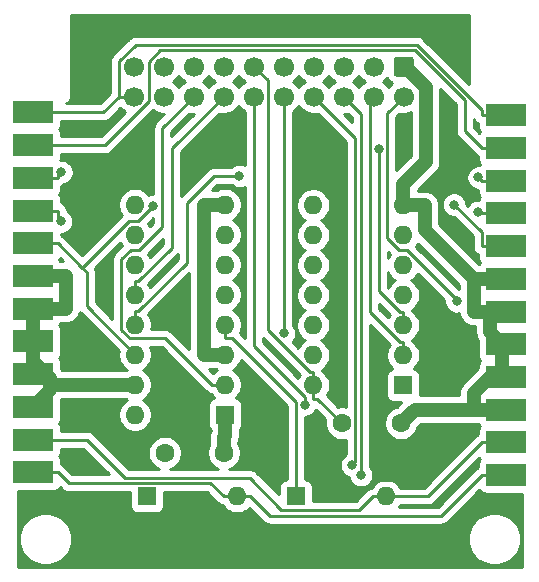
<source format=gbr>
%TF.GenerationSoftware,KiCad,Pcbnew,(5.1.9)-1*%
%TF.CreationDate,2021-07-27T22:16:15-04:00*%
%TF.ProjectId,Amiga2MacFloppy,416d6967-6132-44d6-9163-466c6f707079,1.0*%
%TF.SameCoordinates,Original*%
%TF.FileFunction,Copper,L1,Top*%
%TF.FilePolarity,Positive*%
%FSLAX46Y46*%
G04 Gerber Fmt 4.6, Leading zero omitted, Abs format (unit mm)*
G04 Created by KiCad (PCBNEW (5.1.9)-1) date 2021-07-27 22:16:15*
%MOMM*%
%LPD*%
G01*
G04 APERTURE LIST*
%TA.AperFunction,SMDPad,CuDef*%
%ADD10R,3.480000X1.846667*%
%TD*%
%TA.AperFunction,ComponentPad*%
%ADD11O,1.600000X1.600000*%
%TD*%
%TA.AperFunction,ComponentPad*%
%ADD12R,1.600000X1.600000*%
%TD*%
%TA.AperFunction,ComponentPad*%
%ADD13C,1.600000*%
%TD*%
%TA.AperFunction,ComponentPad*%
%ADD14C,1.700000*%
%TD*%
%TA.AperFunction,ViaPad*%
%ADD15C,0.800000*%
%TD*%
%TA.AperFunction,Conductor*%
%ADD16C,1.200000*%
%TD*%
%TA.AperFunction,Conductor*%
%ADD17C,0.250000*%
%TD*%
%TA.AperFunction,NonConductor*%
%ADD18C,0.254000*%
%TD*%
%TA.AperFunction,NonConductor*%
%ADD19C,0.100000*%
%TD*%
G04 APERTURE END LIST*
D10*
%TO.P,J3,1*%
%TO.N,_RDY*%
X158468000Y-120289000D03*
%TO.P,J3,2*%
%TO.N,_DKRD*%
X158468000Y-117519000D03*
%TO.P,J3,3*%
%TO.N,GND*%
X158468000Y-114749000D03*
%TO.P,J3,4*%
X158468000Y-111979000D03*
%TO.P,J3,5*%
X158468000Y-109209000D03*
%TO.P,J3,6*%
X158468000Y-106439000D03*
%TO.P,J3,7*%
X158468000Y-103669000D03*
%TO.P,J3,8*%
%TO.N,_MTRXD*%
X158468000Y-100899000D03*
%TO.P,J3,9*%
%TO.N,_SEL2*%
X158468000Y-98129000D03*
%TO.P,J3,10*%
%TO.N,_DRES*%
X158468000Y-95359000D03*
%TO.P,J3,11*%
%TO.N,_CHNG*%
X158468000Y-92589000D03*
%TO.P,J3,12*%
%TO.N,+5V*%
X158468000Y-89819000D03*
%TD*%
%TO.P,J1,12*%
%TO.N,+5V*%
X118444000Y-89580000D03*
%TO.P,J1,11*%
%TO.N,_CHNG*%
X118444000Y-92350000D03*
%TO.P,J1,10*%
%TO.N,_DRES*%
X118444000Y-95120000D03*
%TO.P,J1,9*%
%TO.N,_SEL3*%
X118444000Y-97890000D03*
%TO.P,J1,8*%
%TO.N,_MTRXD*%
X118444000Y-100660000D03*
%TO.P,J1,7*%
%TO.N,GND*%
X118444000Y-103430000D03*
%TO.P,J1,6*%
X118444000Y-106200000D03*
%TO.P,J1,5*%
X118444000Y-108970000D03*
%TO.P,J1,4*%
X118444000Y-111740000D03*
%TO.P,J1,3*%
X118444000Y-114510000D03*
%TO.P,J1,2*%
%TO.N,_DKRD*%
X118444000Y-117280000D03*
%TO.P,J1,1*%
%TO.N,_RDY*%
X118444000Y-120050000D03*
%TD*%
D11*
%TO.P,D2,2*%
%TO.N,_DKRD*%
X148288000Y-122093000D03*
D12*
%TO.P,D2,1*%
%TO.N,Net-(D1-Pad1)*%
X140668000Y-122093000D03*
%TD*%
D11*
%TO.P,D1,2*%
%TO.N,_RDY*%
X135688000Y-122093000D03*
D12*
%TO.P,D1,1*%
%TO.N,Net-(D1-Pad1)*%
X128068000Y-122093000D03*
%TD*%
D13*
%TO.P,C1,2*%
%TO.N,GND*%
X134568000Y-118393000D03*
%TO.P,C1,1*%
%TO.N,+5V*%
X129568000Y-118393000D03*
%TD*%
%TO.P,C2,2*%
%TO.N,GND*%
X149568000Y-115893000D03*
%TO.P,C2,1*%
%TO.N,+5V*%
X144568000Y-115893000D03*
%TD*%
D14*
%TO.P,J2,20*%
%TO.N,+5V*%
X126940000Y-88233000D03*
%TO.P,J2,18*%
%TO.N,WR*%
X129480000Y-88233000D03*
%TO.P,J2,16*%
%TO.N,RD*%
X132020000Y-88233000D03*
%TO.P,J2,14*%
%TO.N,_ENABLE*%
X134560000Y-88233000D03*
%TO.P,J2,12*%
%TO.N,SEL*%
X137100000Y-88233000D03*
%TO.P,J2,10*%
%TO.N,_DKWE*%
X139640000Y-88233000D03*
%TO.P,J2,8*%
%TO.N,PH3*%
X142180000Y-88233000D03*
%TO.P,J2,6*%
%TO.N,PH2*%
X144720000Y-88233000D03*
%TO.P,J2,4*%
%TO.N,DIR*%
X147260000Y-88233000D03*
%TO.P,J2,2*%
%TO.N,PH0*%
X149800000Y-88233000D03*
%TO.P,J2,19*%
%TO.N,Net-(J2-Pad19)*%
X126940000Y-85693000D03*
%TO.P,J2,17*%
%TO.N,Net-(J2-Pad17)*%
X129480000Y-85693000D03*
%TO.P,J2,15*%
%TO.N,+12V*%
X132020000Y-85693000D03*
%TO.P,J2,13*%
X134560000Y-85693000D03*
%TO.P,J2,11*%
%TO.N,+5V*%
X137100000Y-85693000D03*
%TO.P,J2,9*%
%TO.N,Net-(J2-Pad9)*%
X139640000Y-85693000D03*
%TO.P,J2,7*%
%TO.N,GND*%
X142180000Y-85693000D03*
%TO.P,J2,5*%
X144720000Y-85693000D03*
%TO.P,J2,3*%
X147260000Y-85693000D03*
%TO.P,J2,1*%
%TA.AperFunction,ComponentPad*%
G36*
G01*
X149200000Y-84843000D02*
X150400000Y-84843000D01*
G75*
G02*
X150650000Y-85093000I0J-250000D01*
G01*
X150650000Y-86293000D01*
G75*
G02*
X150400000Y-86543000I-250000J0D01*
G01*
X149200000Y-86543000D01*
G75*
G02*
X148950000Y-86293000I0J250000D01*
G01*
X148950000Y-85093000D01*
G75*
G02*
X149200000Y-84843000I250000J0D01*
G01*
G37*
%TD.AperFunction*%
%TD*%
D11*
%TO.P,U2,14*%
%TO.N,+5V*%
X142137000Y-112684000D03*
%TO.P,U2,7*%
%TO.N,GND*%
X149757000Y-97444000D03*
%TO.P,U2,13*%
%TO.N,Net-(U2-Pad13)*%
X142137000Y-110144000D03*
%TO.P,U2,6*%
%TO.N,Net-(U2-Pad6)*%
X149757000Y-99984000D03*
%TO.P,U2,12*%
%TO.N,Net-(U2-Pad12)*%
X142137000Y-107604000D03*
%TO.P,U2,5*%
%TO.N,Net-(U2-Pad5)*%
X149757000Y-102524000D03*
%TO.P,U2,11*%
%TO.N,Net-(U2-Pad11)*%
X142137000Y-105064000D03*
%TO.P,U2,4*%
%TO.N,Net-(U2-Pad4)*%
X149757000Y-105064000D03*
%TO.P,U2,10*%
%TO.N,Net-(U2-Pad10)*%
X142137000Y-102524000D03*
%TO.P,U2,3*%
%TO.N,WR*%
X149757000Y-107604000D03*
%TO.P,U2,9*%
%TO.N,Net-(U2-Pad9)*%
X142137000Y-99984000D03*
%TO.P,U2,2*%
%TO.N,DIR*%
X149757000Y-110144000D03*
%TO.P,U2,8*%
%TO.N,Net-(U2-Pad8)*%
X142137000Y-97444000D03*
D12*
%TO.P,U2,1*%
%TO.N,_DKWD*%
X149757000Y-112684000D03*
%TD*%
D11*
%TO.P,U1,16*%
%TO.N,+5V*%
X127054000Y-115168000D03*
%TO.P,U1,8*%
%TO.N,GND*%
X134674000Y-97388000D03*
%TO.P,U1,15*%
X127054000Y-112628000D03*
%TO.P,U1,7*%
%TO.N,Net-(U1-Pad7)*%
X134674000Y-99928000D03*
%TO.P,U1,14*%
%TO.N,_MTRXD*%
X127054000Y-110088000D03*
%TO.P,U1,6*%
%TO.N,Net-(U1-Pad6)*%
X134674000Y-102468000D03*
%TO.P,U1,13*%
%TO.N,_SEL1*%
X127054000Y-107548000D03*
%TO.P,U1,5*%
%TO.N,Net-(U1-Pad5)*%
X134674000Y-105008000D03*
%TO.P,U1,12*%
%TO.N,_ENABLE*%
X127054000Y-105008000D03*
%TO.P,U1,4*%
%TO.N,Net-(D1-Pad1)*%
X134674000Y-107548000D03*
%TO.P,U1,11*%
%TO.N,Net-(U1-Pad11)*%
X127054000Y-102468000D03*
%TO.P,U1,3*%
%TO.N,GND*%
X134674000Y-110088000D03*
%TO.P,U1,10*%
%TO.N,Net-(U1-Pad10)*%
X127054000Y-99928000D03*
%TO.P,U1,2*%
%TO.N,RD*%
X134674000Y-112628000D03*
%TO.P,U1,9*%
%TO.N,Net-(U1-Pad9)*%
X127054000Y-97388000D03*
D12*
%TO.P,U1,1*%
%TO.N,GND*%
X134674000Y-115168000D03*
%TD*%
D15*
%TO.N,_SEL1*%
X135880000Y-94956300D03*
%TO.N,_SEL3*%
X120787900Y-98796500D03*
%TO.N,_DKWE*%
X139640000Y-108289000D03*
%TO.N,_DRES*%
X156127600Y-95083900D03*
X120807400Y-94629900D03*
%TO.N,_SEL2*%
X156108800Y-97993000D03*
%TO.N,WR*%
X147688600Y-92651000D03*
%TO.N,_MTRXD*%
X154052000Y-97388900D03*
X128547800Y-97519600D03*
%TO.N,PH0*%
X154279100Y-105568500D03*
%TO.N,SEL*%
X141428200Y-114306300D03*
%TO.N,PH3*%
X145426900Y-119451600D03*
%TO.N,PH2*%
X146165300Y-120276900D03*
%TD*%
D16*
%TO.N,GND*%
X134674000Y-97388000D02*
X132873700Y-97388000D01*
X134674000Y-110088000D02*
X132873700Y-110088000D01*
X132873700Y-110088000D02*
X132873700Y-97388000D01*
X121184300Y-103430000D02*
X121184300Y-106200000D01*
X158125500Y-109209000D02*
X158125500Y-111979000D01*
X149568000Y-115893000D02*
X150712000Y-114749000D01*
X150712000Y-114749000D02*
X155727700Y-114749000D01*
X158125500Y-111979000D02*
X157103100Y-111979000D01*
X157103100Y-111979000D02*
X155727700Y-113354400D01*
X155727700Y-113354400D02*
X155727700Y-114749000D01*
X158296800Y-111979000D02*
X158125500Y-111979000D01*
X158468000Y-114749000D02*
X155727700Y-114749000D01*
X158468000Y-111979000D02*
X158296800Y-111979000D01*
X158125500Y-109209000D02*
X157097900Y-108181400D01*
X157097900Y-108181400D02*
X157097900Y-106439000D01*
X157097900Y-106439000D02*
X155727700Y-106439000D01*
X158468000Y-106439000D02*
X157097900Y-106439000D01*
X149800000Y-85693000D02*
X149895700Y-85693000D01*
X149895700Y-85693000D02*
X151660600Y-87457900D01*
X151660600Y-87457900D02*
X151660600Y-93740100D01*
X151660600Y-93740100D02*
X149757000Y-95643700D01*
X118444000Y-108970000D02*
X118444000Y-106200000D01*
X119501300Y-111740000D02*
X118444000Y-110682700D01*
X118444000Y-110682700D02*
X118444000Y-108970000D01*
X155727700Y-106439000D02*
X155727700Y-103669000D01*
X149757000Y-97444000D02*
X151557300Y-97444000D01*
X155727700Y-103669000D02*
X151557300Y-99498600D01*
X151557300Y-99498600D02*
X151557300Y-97444000D01*
X158468000Y-103669000D02*
X155727700Y-103669000D01*
X149757000Y-97444000D02*
X149757000Y-95643700D01*
X158468000Y-109209000D02*
X158125500Y-109209000D01*
X119834800Y-112628000D02*
X119834800Y-112073500D01*
X119834800Y-112073500D02*
X119501300Y-111740000D01*
X118444000Y-114510000D02*
X119834800Y-113119200D01*
X119834800Y-113119200D02*
X119834800Y-112628000D01*
X119834800Y-112628000D02*
X125253700Y-112628000D01*
X127054000Y-112628000D02*
X125253700Y-112628000D01*
X118444000Y-103430000D02*
X121184300Y-103430000D01*
X118444000Y-106200000D02*
X121184300Y-106200000D01*
X118444000Y-111740000D02*
X119501300Y-111740000D01*
X134674000Y-115168000D02*
X134674000Y-116968300D01*
X134674000Y-116968300D02*
X134568000Y-117074300D01*
X134568000Y-117074300D02*
X134568000Y-118393000D01*
D17*
%TO.N,_SEL1*%
X127054000Y-107548000D02*
X127054000Y-106422700D01*
X127054000Y-106422700D02*
X127335300Y-106422700D01*
X127335300Y-106422700D02*
X131453600Y-102304400D01*
X131453600Y-102304400D02*
X131453600Y-97203800D01*
X131453600Y-97203800D02*
X133701100Y-94956300D01*
X133701100Y-94956300D02*
X135880000Y-94956300D01*
%TO.N,_SEL3*%
X118444000Y-97890000D02*
X120509300Y-97890000D01*
X120509300Y-97890000D02*
X120509300Y-98517900D01*
X120509300Y-98517900D02*
X120787900Y-98796500D01*
%TO.N,DIR*%
X147260000Y-88233000D02*
X146963300Y-88529700D01*
X146963300Y-88529700D02*
X146963300Y-106497500D01*
X146963300Y-106497500D02*
X149484500Y-109018700D01*
X149484500Y-109018700D02*
X149757000Y-109018700D01*
X149757000Y-110144000D02*
X149757000Y-109018700D01*
%TO.N,_DKWE*%
X139640000Y-88233000D02*
X139640000Y-108289000D01*
%TO.N,_CHNG*%
X158468000Y-92589000D02*
X156402700Y-92589000D01*
X118444000Y-92350000D02*
X124507800Y-92350000D01*
X124507800Y-92350000D02*
X128210000Y-88647800D01*
X128210000Y-88647800D02*
X128210000Y-85271600D01*
X128210000Y-85271600D02*
X129169300Y-84312300D01*
X129169300Y-84312300D02*
X150717000Y-84312300D01*
X150717000Y-84312300D02*
X154966800Y-88562100D01*
X154966800Y-88562100D02*
X154966800Y-91153100D01*
X154966800Y-91153100D02*
X156402700Y-92589000D01*
%TO.N,_DRES*%
X118444000Y-95120000D02*
X120509300Y-95120000D01*
X120509300Y-95120000D02*
X120509300Y-94928000D01*
X120509300Y-94928000D02*
X120807400Y-94629900D01*
X156127600Y-95083900D02*
X156402700Y-95359000D01*
X158468000Y-95359000D02*
X156402700Y-95359000D01*
%TO.N,_SEL2*%
X156108800Y-97993000D02*
X156266700Y-97993000D01*
X156266700Y-97993000D02*
X156402700Y-98129000D01*
X158468000Y-98129000D02*
X156402700Y-98129000D01*
%TO.N,WR*%
X149757000Y-107604000D02*
X149757000Y-106478700D01*
X149757000Y-106478700D02*
X149475700Y-106478700D01*
X149475700Y-106478700D02*
X147688600Y-104691600D01*
X147688600Y-104691600D02*
X147688600Y-92651000D01*
%TO.N,RD*%
X134674000Y-112628000D02*
X133548700Y-112628000D01*
X133548700Y-112628000D02*
X129610000Y-108689300D01*
X129610000Y-108689300D02*
X126603700Y-108689300D01*
X126603700Y-108689300D02*
X125881600Y-107967200D01*
X125881600Y-107967200D02*
X125881600Y-101982800D01*
X125881600Y-101982800D02*
X126666400Y-101198000D01*
X126666400Y-101198000D02*
X127418100Y-101198000D01*
X127418100Y-101198000D02*
X129366600Y-99249500D01*
X129366600Y-99249500D02*
X129366600Y-90886400D01*
X129366600Y-90886400D02*
X132020000Y-88233000D01*
%TO.N,_RDY*%
X158468000Y-120289000D02*
X156402700Y-120289000D01*
X135688000Y-122093000D02*
X136813300Y-122093000D01*
X136813300Y-122093000D02*
X138435600Y-123715300D01*
X138435600Y-123715300D02*
X152976400Y-123715300D01*
X152976400Y-123715300D02*
X156402700Y-120289000D01*
X135125400Y-122093000D02*
X135688000Y-122093000D01*
X135125400Y-122093000D02*
X134562700Y-122093000D01*
X118444000Y-120050000D02*
X120509300Y-120050000D01*
X134562700Y-122093000D02*
X133437400Y-120967700D01*
X133437400Y-120967700D02*
X121427000Y-120967700D01*
X121427000Y-120967700D02*
X120509300Y-120050000D01*
%TO.N,_DKRD*%
X148288000Y-122093000D02*
X147162700Y-122093000D01*
X147162700Y-122093000D02*
X146037300Y-123218400D01*
X146037300Y-123218400D02*
X139449100Y-123218400D01*
X139449100Y-123218400D02*
X136748000Y-120517300D01*
X136748000Y-120517300D02*
X126224600Y-120517300D01*
X126224600Y-120517300D02*
X122987300Y-117280000D01*
X122987300Y-117280000D02*
X118444000Y-117280000D01*
X156402700Y-117519000D02*
X151828700Y-122093000D01*
X151828700Y-122093000D02*
X148288000Y-122093000D01*
X158468000Y-117519000D02*
X156402700Y-117519000D01*
%TO.N,_MTRXD*%
X122582900Y-102733500D02*
X120509300Y-100660000D01*
X127054000Y-110088000D02*
X122946900Y-105980900D01*
X122946900Y-105980900D02*
X122946900Y-103097600D01*
X122946900Y-103097600D02*
X122582900Y-102733500D01*
X122582900Y-102733500D02*
X126546700Y-98769700D01*
X126546700Y-98769700D02*
X127297700Y-98769700D01*
X127297700Y-98769700D02*
X128547800Y-97519600D01*
X158468000Y-100899000D02*
X156402700Y-100899000D01*
X154052000Y-97388900D02*
X156402700Y-99739600D01*
X156402700Y-99739600D02*
X156402700Y-100899000D01*
X118444000Y-100660000D02*
X120509300Y-100660000D01*
%TO.N,PH0*%
X154279100Y-105568500D02*
X154279100Y-105453800D01*
X154279100Y-105453800D02*
X150079300Y-101254000D01*
X150079300Y-101254000D02*
X149420100Y-101254000D01*
X149420100Y-101254000D02*
X148413900Y-100247800D01*
X148413900Y-100247800D02*
X148413900Y-89619100D01*
X148413900Y-89619100D02*
X149800000Y-88233000D01*
%TO.N,SEL*%
X137100000Y-88233000D02*
X137100000Y-109343900D01*
X137100000Y-109343900D02*
X141428200Y-113672100D01*
X141428200Y-113672100D02*
X141428200Y-114306300D01*
%TO.N,PH3*%
X142180000Y-88233000D02*
X145693400Y-91746400D01*
X145693400Y-91746400D02*
X145693400Y-119185100D01*
X145693400Y-119185100D02*
X145426900Y-119451600D01*
%TO.N,PH2*%
X144720000Y-88233000D02*
X146165300Y-89678300D01*
X146165300Y-89678300D02*
X146165300Y-120276900D01*
%TO.N,_ENABLE*%
X127054000Y-105008000D02*
X127054000Y-103882700D01*
X127054000Y-103882700D02*
X127335300Y-103882700D01*
X127335300Y-103882700D02*
X130181200Y-101036800D01*
X130181200Y-101036800D02*
X130181200Y-92611800D01*
X130181200Y-92611800D02*
X134560000Y-88233000D01*
%TO.N,Net-(D1-Pad1)*%
X134674000Y-107548000D02*
X134674000Y-108673300D01*
X134674000Y-108673300D02*
X135233200Y-108673300D01*
X135233200Y-108673300D02*
X140668000Y-114108100D01*
X140668000Y-114108100D02*
X140668000Y-122093000D01*
%TO.N,+5V*%
X125720100Y-88233000D02*
X125720100Y-85221600D01*
X125720100Y-85221600D02*
X127093400Y-83848300D01*
X127093400Y-83848300D02*
X150901400Y-83848300D01*
X150901400Y-83848300D02*
X156402700Y-89349600D01*
X156402700Y-89349600D02*
X156402700Y-89819000D01*
X120509300Y-89580000D02*
X124373100Y-89580000D01*
X124373100Y-89580000D02*
X125720100Y-88233000D01*
X126940000Y-88233000D02*
X125720100Y-88233000D01*
X158468000Y-89819000D02*
X156402700Y-89819000D01*
X142137000Y-111558700D02*
X141855700Y-111558700D01*
X141855700Y-111558700D02*
X138278700Y-107981700D01*
X138278700Y-107981700D02*
X138278700Y-86871700D01*
X138278700Y-86871700D02*
X137100000Y-85693000D01*
X142137000Y-112684000D02*
X142137000Y-113809300D01*
X144568000Y-115893000D02*
X142484300Y-113809300D01*
X142484300Y-113809300D02*
X142137000Y-113809300D01*
X118444000Y-89580000D02*
X120509300Y-89580000D01*
X142137000Y-112684000D02*
X142137000Y-111558700D01*
%TD*%
D18*
X120863200Y-121478702D02*
X120886999Y-121507701D01*
X121002724Y-121602674D01*
X121134753Y-121673246D01*
X121278014Y-121716703D01*
X121389667Y-121727700D01*
X121389675Y-121727700D01*
X121427000Y-121731376D01*
X121464325Y-121727700D01*
X126629928Y-121727700D01*
X126629928Y-122893000D01*
X126642188Y-123017482D01*
X126678498Y-123137180D01*
X126737463Y-123247494D01*
X126816815Y-123344185D01*
X126913506Y-123423537D01*
X127023820Y-123482502D01*
X127143518Y-123518812D01*
X127268000Y-123531072D01*
X128868000Y-123531072D01*
X128992482Y-123518812D01*
X129112180Y-123482502D01*
X129222494Y-123423537D01*
X129319185Y-123344185D01*
X129398537Y-123247494D01*
X129457502Y-123137180D01*
X129493812Y-123017482D01*
X129506072Y-122893000D01*
X129506072Y-121727700D01*
X133122599Y-121727700D01*
X133998900Y-122604002D01*
X134022699Y-122633001D01*
X134051697Y-122656799D01*
X134138424Y-122727974D01*
X134270453Y-122798546D01*
X134413714Y-122842003D01*
X134466053Y-122847158D01*
X134573363Y-123007759D01*
X134773241Y-123207637D01*
X135008273Y-123364680D01*
X135269426Y-123472853D01*
X135546665Y-123528000D01*
X135829335Y-123528000D01*
X136106574Y-123472853D01*
X136367727Y-123364680D01*
X136602759Y-123207637D01*
X136727947Y-123082449D01*
X137871801Y-124226303D01*
X137895599Y-124255301D01*
X138011324Y-124350274D01*
X138143353Y-124420846D01*
X138286614Y-124464303D01*
X138398267Y-124475300D01*
X138398275Y-124475300D01*
X138435600Y-124478976D01*
X138472925Y-124475300D01*
X152939078Y-124475300D01*
X152976400Y-124478976D01*
X153013722Y-124475300D01*
X153013733Y-124475300D01*
X153125386Y-124464303D01*
X153268647Y-124420846D01*
X153400676Y-124350274D01*
X153516401Y-124255301D01*
X153540204Y-124226297D01*
X156198460Y-121568042D01*
X156276815Y-121663518D01*
X156373506Y-121742870D01*
X156483820Y-121801835D01*
X156603518Y-121838145D01*
X156728000Y-121850405D01*
X159807761Y-121850405D01*
X159807761Y-128032960D01*
X117127760Y-128032960D01*
X117127760Y-125472872D01*
X117233000Y-125472872D01*
X117233000Y-125913128D01*
X117318890Y-126344925D01*
X117487369Y-126751669D01*
X117731962Y-127117729D01*
X118043271Y-127429038D01*
X118409331Y-127673631D01*
X118816075Y-127842110D01*
X119247872Y-127928000D01*
X119688128Y-127928000D01*
X120119925Y-127842110D01*
X120526669Y-127673631D01*
X120892729Y-127429038D01*
X121204038Y-127117729D01*
X121448631Y-126751669D01*
X121617110Y-126344925D01*
X121703000Y-125913128D01*
X121703000Y-125472872D01*
X155233000Y-125472872D01*
X155233000Y-125913128D01*
X155318890Y-126344925D01*
X155487369Y-126751669D01*
X155731962Y-127117729D01*
X156043271Y-127429038D01*
X156409331Y-127673631D01*
X156816075Y-127842110D01*
X157247872Y-127928000D01*
X157688128Y-127928000D01*
X158119925Y-127842110D01*
X158526669Y-127673631D01*
X158892729Y-127429038D01*
X159204038Y-127117729D01*
X159448631Y-126751669D01*
X159617110Y-126344925D01*
X159703000Y-125913128D01*
X159703000Y-125472872D01*
X159617110Y-125041075D01*
X159448631Y-124634331D01*
X159204038Y-124268271D01*
X158892729Y-123956962D01*
X158526669Y-123712369D01*
X158119925Y-123543890D01*
X157688128Y-123458000D01*
X157247872Y-123458000D01*
X156816075Y-123543890D01*
X156409331Y-123712369D01*
X156043271Y-123956962D01*
X155731962Y-124268271D01*
X155487369Y-124634331D01*
X155318890Y-125041075D01*
X155233000Y-125472872D01*
X121703000Y-125472872D01*
X121617110Y-125041075D01*
X121448631Y-124634331D01*
X121204038Y-124268271D01*
X120892729Y-123956962D01*
X120526669Y-123712369D01*
X120119925Y-123543890D01*
X119688128Y-123458000D01*
X119247872Y-123458000D01*
X118816075Y-123543890D01*
X118409331Y-123712369D01*
X118043271Y-123956962D01*
X117731962Y-124268271D01*
X117487369Y-124634331D01*
X117318890Y-125041075D01*
X117233000Y-125472872D01*
X117127760Y-125472872D01*
X117127760Y-121611405D01*
X120184000Y-121611405D01*
X120308482Y-121599145D01*
X120428180Y-121562835D01*
X120538494Y-121503870D01*
X120635185Y-121424518D01*
X120713540Y-121329042D01*
X120863200Y-121478702D01*
%TA.AperFunction,NonConductor*%
D19*
G36*
X120863200Y-121478702D02*
G01*
X120886999Y-121507701D01*
X121002724Y-121602674D01*
X121134753Y-121673246D01*
X121278014Y-121716703D01*
X121389667Y-121727700D01*
X121389675Y-121727700D01*
X121427000Y-121731376D01*
X121464325Y-121727700D01*
X126629928Y-121727700D01*
X126629928Y-122893000D01*
X126642188Y-123017482D01*
X126678498Y-123137180D01*
X126737463Y-123247494D01*
X126816815Y-123344185D01*
X126913506Y-123423537D01*
X127023820Y-123482502D01*
X127143518Y-123518812D01*
X127268000Y-123531072D01*
X128868000Y-123531072D01*
X128992482Y-123518812D01*
X129112180Y-123482502D01*
X129222494Y-123423537D01*
X129319185Y-123344185D01*
X129398537Y-123247494D01*
X129457502Y-123137180D01*
X129493812Y-123017482D01*
X129506072Y-122893000D01*
X129506072Y-121727700D01*
X133122599Y-121727700D01*
X133998900Y-122604002D01*
X134022699Y-122633001D01*
X134051697Y-122656799D01*
X134138424Y-122727974D01*
X134270453Y-122798546D01*
X134413714Y-122842003D01*
X134466053Y-122847158D01*
X134573363Y-123007759D01*
X134773241Y-123207637D01*
X135008273Y-123364680D01*
X135269426Y-123472853D01*
X135546665Y-123528000D01*
X135829335Y-123528000D01*
X136106574Y-123472853D01*
X136367727Y-123364680D01*
X136602759Y-123207637D01*
X136727947Y-123082449D01*
X137871801Y-124226303D01*
X137895599Y-124255301D01*
X138011324Y-124350274D01*
X138143353Y-124420846D01*
X138286614Y-124464303D01*
X138398267Y-124475300D01*
X138398275Y-124475300D01*
X138435600Y-124478976D01*
X138472925Y-124475300D01*
X152939078Y-124475300D01*
X152976400Y-124478976D01*
X153013722Y-124475300D01*
X153013733Y-124475300D01*
X153125386Y-124464303D01*
X153268647Y-124420846D01*
X153400676Y-124350274D01*
X153516401Y-124255301D01*
X153540204Y-124226297D01*
X156198460Y-121568042D01*
X156276815Y-121663518D01*
X156373506Y-121742870D01*
X156483820Y-121801835D01*
X156603518Y-121838145D01*
X156728000Y-121850405D01*
X159807761Y-121850405D01*
X159807761Y-128032960D01*
X117127760Y-128032960D01*
X117127760Y-125472872D01*
X117233000Y-125472872D01*
X117233000Y-125913128D01*
X117318890Y-126344925D01*
X117487369Y-126751669D01*
X117731962Y-127117729D01*
X118043271Y-127429038D01*
X118409331Y-127673631D01*
X118816075Y-127842110D01*
X119247872Y-127928000D01*
X119688128Y-127928000D01*
X120119925Y-127842110D01*
X120526669Y-127673631D01*
X120892729Y-127429038D01*
X121204038Y-127117729D01*
X121448631Y-126751669D01*
X121617110Y-126344925D01*
X121703000Y-125913128D01*
X121703000Y-125472872D01*
X155233000Y-125472872D01*
X155233000Y-125913128D01*
X155318890Y-126344925D01*
X155487369Y-126751669D01*
X155731962Y-127117729D01*
X156043271Y-127429038D01*
X156409331Y-127673631D01*
X156816075Y-127842110D01*
X157247872Y-127928000D01*
X157688128Y-127928000D01*
X158119925Y-127842110D01*
X158526669Y-127673631D01*
X158892729Y-127429038D01*
X159204038Y-127117729D01*
X159448631Y-126751669D01*
X159617110Y-126344925D01*
X159703000Y-125913128D01*
X159703000Y-125472872D01*
X159617110Y-125041075D01*
X159448631Y-124634331D01*
X159204038Y-124268271D01*
X158892729Y-123956962D01*
X158526669Y-123712369D01*
X158119925Y-123543890D01*
X157688128Y-123458000D01*
X157247872Y-123458000D01*
X156816075Y-123543890D01*
X156409331Y-123712369D01*
X156043271Y-123956962D01*
X155731962Y-124268271D01*
X155487369Y-124634331D01*
X155318890Y-125041075D01*
X155233000Y-125472872D01*
X121703000Y-125472872D01*
X121617110Y-125041075D01*
X121448631Y-124634331D01*
X121204038Y-124268271D01*
X120892729Y-123956962D01*
X120526669Y-123712369D01*
X120119925Y-123543890D01*
X119688128Y-123458000D01*
X119247872Y-123458000D01*
X118816075Y-123543890D01*
X118409331Y-123712369D01*
X118043271Y-123956962D01*
X117731962Y-124268271D01*
X117487369Y-124634331D01*
X117318890Y-125041075D01*
X117233000Y-125472872D01*
X117127760Y-125472872D01*
X117127760Y-121611405D01*
X120184000Y-121611405D01*
X120308482Y-121599145D01*
X120428180Y-121562835D01*
X120538494Y-121503870D01*
X120635185Y-121424518D01*
X120713540Y-121329042D01*
X120863200Y-121478702D01*
G37*
%TD.AperFunction*%
D18*
X156276815Y-118893518D02*
X156289587Y-118904000D01*
X156276815Y-118914482D01*
X156197463Y-119011173D01*
X156138498Y-119121487D01*
X156102188Y-119241185D01*
X156089928Y-119365667D01*
X156089928Y-119594425D01*
X155978423Y-119654026D01*
X155927154Y-119696102D01*
X155862699Y-119748999D01*
X155838901Y-119777997D01*
X152661599Y-122955300D01*
X149437689Y-122955300D01*
X149506043Y-122853000D01*
X151791378Y-122853000D01*
X151828700Y-122856676D01*
X151866022Y-122853000D01*
X151866033Y-122853000D01*
X151977686Y-122842003D01*
X152120947Y-122798546D01*
X152252976Y-122727974D01*
X152368701Y-122633001D01*
X152392504Y-122603997D01*
X156198460Y-118798042D01*
X156276815Y-118893518D01*
%TA.AperFunction,NonConductor*%
D19*
G36*
X156276815Y-118893518D02*
G01*
X156289587Y-118904000D01*
X156276815Y-118914482D01*
X156197463Y-119011173D01*
X156138498Y-119121487D01*
X156102188Y-119241185D01*
X156089928Y-119365667D01*
X156089928Y-119594425D01*
X155978423Y-119654026D01*
X155927154Y-119696102D01*
X155862699Y-119748999D01*
X155838901Y-119777997D01*
X152661599Y-122955300D01*
X149437689Y-122955300D01*
X149506043Y-122853000D01*
X151791378Y-122853000D01*
X151828700Y-122856676D01*
X151866022Y-122853000D01*
X151866033Y-122853000D01*
X151977686Y-122842003D01*
X152120947Y-122798546D01*
X152252976Y-122727974D01*
X152368701Y-122633001D01*
X152392504Y-122603997D01*
X156198460Y-118798042D01*
X156276815Y-118893518D01*
G37*
%TD.AperFunction*%
D18*
X148633501Y-109242503D02*
X148485320Y-109464273D01*
X148377147Y-109725426D01*
X148322000Y-110002665D01*
X148322000Y-110285335D01*
X148377147Y-110562574D01*
X148485320Y-110823727D01*
X148642363Y-111058759D01*
X148840961Y-111257357D01*
X148832518Y-111258188D01*
X148712820Y-111294498D01*
X148602506Y-111353463D01*
X148505815Y-111432815D01*
X148426463Y-111529506D01*
X148367498Y-111639820D01*
X148331188Y-111759518D01*
X148318928Y-111884000D01*
X148318928Y-113484000D01*
X148331188Y-113608482D01*
X148367498Y-113728180D01*
X148426463Y-113838494D01*
X148505815Y-113935185D01*
X148602506Y-114014537D01*
X148712820Y-114073502D01*
X148832518Y-114109812D01*
X148957000Y-114122072D01*
X149592374Y-114122072D01*
X149214180Y-114500266D01*
X149149426Y-114513147D01*
X148888273Y-114621320D01*
X148653241Y-114778363D01*
X148453363Y-114978241D01*
X148296320Y-115213273D01*
X148188147Y-115474426D01*
X148133000Y-115751665D01*
X148133000Y-116034335D01*
X148188147Y-116311574D01*
X148296320Y-116572727D01*
X148453363Y-116807759D01*
X148653241Y-117007637D01*
X148888273Y-117164680D01*
X149149426Y-117272853D01*
X149426665Y-117328000D01*
X149709335Y-117328000D01*
X149986574Y-117272853D01*
X150247727Y-117164680D01*
X150482759Y-117007637D01*
X150682637Y-116807759D01*
X150839680Y-116572727D01*
X150947853Y-116311574D01*
X150960734Y-116246820D01*
X151223554Y-115984000D01*
X155667035Y-115984000D01*
X155727700Y-115989975D01*
X155788365Y-115984000D01*
X156174571Y-115984000D01*
X156197463Y-116026827D01*
X156276815Y-116123518D01*
X156289587Y-116134000D01*
X156276815Y-116144482D01*
X156197463Y-116241173D01*
X156138498Y-116351487D01*
X156102188Y-116471185D01*
X156089928Y-116595667D01*
X156089928Y-116824425D01*
X155978424Y-116884026D01*
X155862699Y-116978999D01*
X155838901Y-117007997D01*
X151513899Y-121333000D01*
X149506043Y-121333000D01*
X149402637Y-121178241D01*
X149202759Y-120978363D01*
X148967727Y-120821320D01*
X148706574Y-120713147D01*
X148429335Y-120658000D01*
X148146665Y-120658000D01*
X147869426Y-120713147D01*
X147608273Y-120821320D01*
X147373241Y-120978363D01*
X147173363Y-121178241D01*
X147066053Y-121338842D01*
X147013714Y-121343997D01*
X146870453Y-121387454D01*
X146738423Y-121458026D01*
X146713230Y-121478702D01*
X146622699Y-121552999D01*
X146598901Y-121581997D01*
X145722499Y-122458400D01*
X142106072Y-122458400D01*
X142106072Y-121293000D01*
X142093812Y-121168518D01*
X142057502Y-121048820D01*
X141998537Y-120938506D01*
X141919185Y-120841815D01*
X141822494Y-120762463D01*
X141712180Y-120703498D01*
X141592482Y-120667188D01*
X141468000Y-120654928D01*
X141428000Y-120654928D01*
X141428000Y-115341300D01*
X141530139Y-115341300D01*
X141730098Y-115301526D01*
X141918456Y-115223505D01*
X142087974Y-115110237D01*
X142232137Y-114966074D01*
X142345405Y-114796556D01*
X142360445Y-114760246D01*
X143169312Y-115569114D01*
X143133000Y-115751665D01*
X143133000Y-116034335D01*
X143188147Y-116311574D01*
X143296320Y-116572727D01*
X143453363Y-116807759D01*
X143653241Y-117007637D01*
X143888273Y-117164680D01*
X144149426Y-117272853D01*
X144426665Y-117328000D01*
X144709335Y-117328000D01*
X144933401Y-117283430D01*
X144933401Y-118536562D01*
X144767126Y-118647663D01*
X144622963Y-118791826D01*
X144509695Y-118961344D01*
X144431674Y-119149702D01*
X144391900Y-119349661D01*
X144391900Y-119553539D01*
X144431674Y-119753498D01*
X144509695Y-119941856D01*
X144622963Y-120111374D01*
X144767126Y-120255537D01*
X144936644Y-120368805D01*
X145125002Y-120446826D01*
X145144599Y-120450724D01*
X145170074Y-120578798D01*
X145248095Y-120767156D01*
X145361363Y-120936674D01*
X145505526Y-121080837D01*
X145675044Y-121194105D01*
X145863402Y-121272126D01*
X146063361Y-121311900D01*
X146267239Y-121311900D01*
X146467198Y-121272126D01*
X146655556Y-121194105D01*
X146825074Y-121080837D01*
X146969237Y-120936674D01*
X147082505Y-120767156D01*
X147160526Y-120578798D01*
X147200300Y-120378839D01*
X147200300Y-120174961D01*
X147160526Y-119975002D01*
X147082505Y-119786644D01*
X146969237Y-119617126D01*
X146925300Y-119573189D01*
X146925300Y-107534301D01*
X148633501Y-109242503D01*
%TA.AperFunction,NonConductor*%
D19*
G36*
X148633501Y-109242503D02*
G01*
X148485320Y-109464273D01*
X148377147Y-109725426D01*
X148322000Y-110002665D01*
X148322000Y-110285335D01*
X148377147Y-110562574D01*
X148485320Y-110823727D01*
X148642363Y-111058759D01*
X148840961Y-111257357D01*
X148832518Y-111258188D01*
X148712820Y-111294498D01*
X148602506Y-111353463D01*
X148505815Y-111432815D01*
X148426463Y-111529506D01*
X148367498Y-111639820D01*
X148331188Y-111759518D01*
X148318928Y-111884000D01*
X148318928Y-113484000D01*
X148331188Y-113608482D01*
X148367498Y-113728180D01*
X148426463Y-113838494D01*
X148505815Y-113935185D01*
X148602506Y-114014537D01*
X148712820Y-114073502D01*
X148832518Y-114109812D01*
X148957000Y-114122072D01*
X149592374Y-114122072D01*
X149214180Y-114500266D01*
X149149426Y-114513147D01*
X148888273Y-114621320D01*
X148653241Y-114778363D01*
X148453363Y-114978241D01*
X148296320Y-115213273D01*
X148188147Y-115474426D01*
X148133000Y-115751665D01*
X148133000Y-116034335D01*
X148188147Y-116311574D01*
X148296320Y-116572727D01*
X148453363Y-116807759D01*
X148653241Y-117007637D01*
X148888273Y-117164680D01*
X149149426Y-117272853D01*
X149426665Y-117328000D01*
X149709335Y-117328000D01*
X149986574Y-117272853D01*
X150247727Y-117164680D01*
X150482759Y-117007637D01*
X150682637Y-116807759D01*
X150839680Y-116572727D01*
X150947853Y-116311574D01*
X150960734Y-116246820D01*
X151223554Y-115984000D01*
X155667035Y-115984000D01*
X155727700Y-115989975D01*
X155788365Y-115984000D01*
X156174571Y-115984000D01*
X156197463Y-116026827D01*
X156276815Y-116123518D01*
X156289587Y-116134000D01*
X156276815Y-116144482D01*
X156197463Y-116241173D01*
X156138498Y-116351487D01*
X156102188Y-116471185D01*
X156089928Y-116595667D01*
X156089928Y-116824425D01*
X155978424Y-116884026D01*
X155862699Y-116978999D01*
X155838901Y-117007997D01*
X151513899Y-121333000D01*
X149506043Y-121333000D01*
X149402637Y-121178241D01*
X149202759Y-120978363D01*
X148967727Y-120821320D01*
X148706574Y-120713147D01*
X148429335Y-120658000D01*
X148146665Y-120658000D01*
X147869426Y-120713147D01*
X147608273Y-120821320D01*
X147373241Y-120978363D01*
X147173363Y-121178241D01*
X147066053Y-121338842D01*
X147013714Y-121343997D01*
X146870453Y-121387454D01*
X146738423Y-121458026D01*
X146713230Y-121478702D01*
X146622699Y-121552999D01*
X146598901Y-121581997D01*
X145722499Y-122458400D01*
X142106072Y-122458400D01*
X142106072Y-121293000D01*
X142093812Y-121168518D01*
X142057502Y-121048820D01*
X141998537Y-120938506D01*
X141919185Y-120841815D01*
X141822494Y-120762463D01*
X141712180Y-120703498D01*
X141592482Y-120667188D01*
X141468000Y-120654928D01*
X141428000Y-120654928D01*
X141428000Y-115341300D01*
X141530139Y-115341300D01*
X141730098Y-115301526D01*
X141918456Y-115223505D01*
X142087974Y-115110237D01*
X142232137Y-114966074D01*
X142345405Y-114796556D01*
X142360445Y-114760246D01*
X143169312Y-115569114D01*
X143133000Y-115751665D01*
X143133000Y-116034335D01*
X143188147Y-116311574D01*
X143296320Y-116572727D01*
X143453363Y-116807759D01*
X143653241Y-117007637D01*
X143888273Y-117164680D01*
X144149426Y-117272853D01*
X144426665Y-117328000D01*
X144709335Y-117328000D01*
X144933401Y-117283430D01*
X144933401Y-118536562D01*
X144767126Y-118647663D01*
X144622963Y-118791826D01*
X144509695Y-118961344D01*
X144431674Y-119149702D01*
X144391900Y-119349661D01*
X144391900Y-119553539D01*
X144431674Y-119753498D01*
X144509695Y-119941856D01*
X144622963Y-120111374D01*
X144767126Y-120255537D01*
X144936644Y-120368805D01*
X145125002Y-120446826D01*
X145144599Y-120450724D01*
X145170074Y-120578798D01*
X145248095Y-120767156D01*
X145361363Y-120936674D01*
X145505526Y-121080837D01*
X145675044Y-121194105D01*
X145863402Y-121272126D01*
X146063361Y-121311900D01*
X146267239Y-121311900D01*
X146467198Y-121272126D01*
X146655556Y-121194105D01*
X146825074Y-121080837D01*
X146969237Y-120936674D01*
X147082505Y-120767156D01*
X147160526Y-120578798D01*
X147200300Y-120378839D01*
X147200300Y-120174961D01*
X147160526Y-119975002D01*
X147082505Y-119786644D01*
X146969237Y-119617126D01*
X146925300Y-119573189D01*
X146925300Y-107534301D01*
X148633501Y-109242503D01*
G37*
%TD.AperFunction*%
D18*
X139908000Y-114422902D02*
X139908001Y-120654928D01*
X139868000Y-120654928D01*
X139743518Y-120667188D01*
X139623820Y-120703498D01*
X139513506Y-120762463D01*
X139416815Y-120841815D01*
X139337463Y-120938506D01*
X139278498Y-121048820D01*
X139242188Y-121168518D01*
X139229928Y-121293000D01*
X139229928Y-121924426D01*
X137311804Y-120006303D01*
X137288001Y-119977299D01*
X137172276Y-119882326D01*
X137040247Y-119811754D01*
X136896986Y-119768297D01*
X136785333Y-119757300D01*
X136785322Y-119757300D01*
X136748000Y-119753624D01*
X136710678Y-119757300D01*
X135024122Y-119757300D01*
X135247727Y-119664680D01*
X135482759Y-119507637D01*
X135682637Y-119307759D01*
X135839680Y-119072727D01*
X135947853Y-118811574D01*
X136003000Y-118534335D01*
X136003000Y-118251665D01*
X135947853Y-117974426D01*
X135839680Y-117713273D01*
X135803000Y-117658377D01*
X135803000Y-117475962D01*
X135820511Y-117443201D01*
X135891130Y-117210402D01*
X135909000Y-117028965D01*
X135914975Y-116968300D01*
X135909000Y-116907635D01*
X135909000Y-116432468D01*
X135925185Y-116419185D01*
X136004537Y-116322494D01*
X136063502Y-116212180D01*
X136099812Y-116092482D01*
X136112072Y-115968000D01*
X136112072Y-114368000D01*
X136099812Y-114243518D01*
X136063502Y-114123820D01*
X136004537Y-114013506D01*
X135925185Y-113916815D01*
X135828494Y-113837463D01*
X135718180Y-113778498D01*
X135598482Y-113742188D01*
X135590039Y-113741357D01*
X135788637Y-113542759D01*
X135945680Y-113307727D01*
X136053853Y-113046574D01*
X136109000Y-112769335D01*
X136109000Y-112486665D01*
X136053853Y-112209426D01*
X135945680Y-111948273D01*
X135788637Y-111713241D01*
X135588759Y-111513363D01*
X135356241Y-111358000D01*
X135588759Y-111202637D01*
X135788637Y-111002759D01*
X135945680Y-110767727D01*
X136035641Y-110550542D01*
X139908000Y-114422902D01*
%TA.AperFunction,NonConductor*%
D19*
G36*
X139908000Y-114422902D02*
G01*
X139908001Y-120654928D01*
X139868000Y-120654928D01*
X139743518Y-120667188D01*
X139623820Y-120703498D01*
X139513506Y-120762463D01*
X139416815Y-120841815D01*
X139337463Y-120938506D01*
X139278498Y-121048820D01*
X139242188Y-121168518D01*
X139229928Y-121293000D01*
X139229928Y-121924426D01*
X137311804Y-120006303D01*
X137288001Y-119977299D01*
X137172276Y-119882326D01*
X137040247Y-119811754D01*
X136896986Y-119768297D01*
X136785333Y-119757300D01*
X136785322Y-119757300D01*
X136748000Y-119753624D01*
X136710678Y-119757300D01*
X135024122Y-119757300D01*
X135247727Y-119664680D01*
X135482759Y-119507637D01*
X135682637Y-119307759D01*
X135839680Y-119072727D01*
X135947853Y-118811574D01*
X136003000Y-118534335D01*
X136003000Y-118251665D01*
X135947853Y-117974426D01*
X135839680Y-117713273D01*
X135803000Y-117658377D01*
X135803000Y-117475962D01*
X135820511Y-117443201D01*
X135891130Y-117210402D01*
X135909000Y-117028965D01*
X135914975Y-116968300D01*
X135909000Y-116907635D01*
X135909000Y-116432468D01*
X135925185Y-116419185D01*
X136004537Y-116322494D01*
X136063502Y-116212180D01*
X136099812Y-116092482D01*
X136112072Y-115968000D01*
X136112072Y-114368000D01*
X136099812Y-114243518D01*
X136063502Y-114123820D01*
X136004537Y-114013506D01*
X135925185Y-113916815D01*
X135828494Y-113837463D01*
X135718180Y-113778498D01*
X135598482Y-113742188D01*
X135590039Y-113741357D01*
X135788637Y-113542759D01*
X135945680Y-113307727D01*
X136053853Y-113046574D01*
X136109000Y-112769335D01*
X136109000Y-112486665D01*
X136053853Y-112209426D01*
X135945680Y-111948273D01*
X135788637Y-111713241D01*
X135588759Y-111513363D01*
X135356241Y-111358000D01*
X135588759Y-111202637D01*
X135788637Y-111002759D01*
X135945680Y-110767727D01*
X136035641Y-110550542D01*
X139908000Y-114422902D01*
G37*
%TD.AperFunction*%
D18*
X124840198Y-120207700D02*
X121741802Y-120207700D01*
X121073103Y-119539002D01*
X121049301Y-119509999D01*
X120933576Y-119415026D01*
X120822072Y-119355425D01*
X120822072Y-119126667D01*
X120809812Y-119002185D01*
X120773502Y-118882487D01*
X120714537Y-118772173D01*
X120635185Y-118675482D01*
X120622413Y-118665000D01*
X120635185Y-118654518D01*
X120714537Y-118557827D01*
X120773502Y-118447513D01*
X120809812Y-118327815D01*
X120822072Y-118203333D01*
X120822072Y-118040000D01*
X122672499Y-118040000D01*
X124840198Y-120207700D01*
%TA.AperFunction,NonConductor*%
D19*
G36*
X124840198Y-120207700D02*
G01*
X121741802Y-120207700D01*
X121073103Y-119539002D01*
X121049301Y-119509999D01*
X120933576Y-119415026D01*
X120822072Y-119355425D01*
X120822072Y-119126667D01*
X120809812Y-119002185D01*
X120773502Y-118882487D01*
X120714537Y-118772173D01*
X120635185Y-118675482D01*
X120622413Y-118665000D01*
X120635185Y-118654518D01*
X120714537Y-118557827D01*
X120773502Y-118447513D01*
X120809812Y-118327815D01*
X120822072Y-118203333D01*
X120822072Y-118040000D01*
X122672499Y-118040000D01*
X124840198Y-120207700D01*
G37*
%TD.AperFunction*%
D18*
X132984901Y-113139003D02*
X133008699Y-113168001D01*
X133037697Y-113191799D01*
X133124423Y-113262974D01*
X133214411Y-113311074D01*
X133256453Y-113333546D01*
X133399714Y-113377003D01*
X133452053Y-113382158D01*
X133559363Y-113542759D01*
X133757961Y-113741357D01*
X133749518Y-113742188D01*
X133629820Y-113778498D01*
X133519506Y-113837463D01*
X133422815Y-113916815D01*
X133343463Y-114013506D01*
X133284498Y-114123820D01*
X133248188Y-114243518D01*
X133235928Y-114368000D01*
X133235928Y-115968000D01*
X133248188Y-116092482D01*
X133284498Y-116212180D01*
X133343463Y-116322494D01*
X133422815Y-116419185D01*
X133439000Y-116432468D01*
X133439000Y-116566639D01*
X133421489Y-116599400D01*
X133386180Y-116715799D01*
X133350870Y-116832198D01*
X133327025Y-117074300D01*
X133333000Y-117134965D01*
X133333000Y-117658377D01*
X133296320Y-117713273D01*
X133188147Y-117974426D01*
X133133000Y-118251665D01*
X133133000Y-118534335D01*
X133188147Y-118811574D01*
X133296320Y-119072727D01*
X133453363Y-119307759D01*
X133653241Y-119507637D01*
X133888273Y-119664680D01*
X134111878Y-119757300D01*
X130024122Y-119757300D01*
X130247727Y-119664680D01*
X130482759Y-119507637D01*
X130682637Y-119307759D01*
X130839680Y-119072727D01*
X130947853Y-118811574D01*
X131003000Y-118534335D01*
X131003000Y-118251665D01*
X130947853Y-117974426D01*
X130839680Y-117713273D01*
X130682637Y-117478241D01*
X130482759Y-117278363D01*
X130247727Y-117121320D01*
X129986574Y-117013147D01*
X129709335Y-116958000D01*
X129426665Y-116958000D01*
X129149426Y-117013147D01*
X128888273Y-117121320D01*
X128653241Y-117278363D01*
X128453363Y-117478241D01*
X128296320Y-117713273D01*
X128188147Y-117974426D01*
X128133000Y-118251665D01*
X128133000Y-118534335D01*
X128188147Y-118811574D01*
X128296320Y-119072727D01*
X128453363Y-119307759D01*
X128653241Y-119507637D01*
X128888273Y-119664680D01*
X129111878Y-119757300D01*
X126539402Y-119757300D01*
X123551104Y-116769003D01*
X123527301Y-116739999D01*
X123411576Y-116645026D01*
X123279547Y-116574454D01*
X123136286Y-116530997D01*
X123024633Y-116520000D01*
X123024622Y-116520000D01*
X122987300Y-116516324D01*
X122949978Y-116520000D01*
X120822072Y-116520000D01*
X120822072Y-116356667D01*
X120809812Y-116232185D01*
X120773502Y-116112487D01*
X120714537Y-116002173D01*
X120635185Y-115905482D01*
X120622413Y-115895000D01*
X120635185Y-115884518D01*
X120714537Y-115787827D01*
X120773502Y-115677513D01*
X120809812Y-115557815D01*
X120822072Y-115433333D01*
X120822072Y-113863000D01*
X126319377Y-113863000D01*
X126371759Y-113898000D01*
X126139241Y-114053363D01*
X125939363Y-114253241D01*
X125782320Y-114488273D01*
X125674147Y-114749426D01*
X125619000Y-115026665D01*
X125619000Y-115309335D01*
X125674147Y-115586574D01*
X125782320Y-115847727D01*
X125939363Y-116082759D01*
X126139241Y-116282637D01*
X126374273Y-116439680D01*
X126635426Y-116547853D01*
X126912665Y-116603000D01*
X127195335Y-116603000D01*
X127472574Y-116547853D01*
X127733727Y-116439680D01*
X127968759Y-116282637D01*
X128168637Y-116082759D01*
X128325680Y-115847727D01*
X128433853Y-115586574D01*
X128489000Y-115309335D01*
X128489000Y-115026665D01*
X128433853Y-114749426D01*
X128325680Y-114488273D01*
X128168637Y-114253241D01*
X127968759Y-114053363D01*
X127736241Y-113898000D01*
X127968759Y-113742637D01*
X128168637Y-113542759D01*
X128325680Y-113307727D01*
X128433853Y-113046574D01*
X128489000Y-112769335D01*
X128489000Y-112486665D01*
X128433853Y-112209426D01*
X128325680Y-111948273D01*
X128168637Y-111713241D01*
X127968759Y-111513363D01*
X127736241Y-111358000D01*
X127968759Y-111202637D01*
X128168637Y-111002759D01*
X128325680Y-110767727D01*
X128433853Y-110506574D01*
X128489000Y-110229335D01*
X128489000Y-109946665D01*
X128433853Y-109669426D01*
X128342674Y-109449300D01*
X129295199Y-109449300D01*
X132984901Y-113139003D01*
%TA.AperFunction,NonConductor*%
D19*
G36*
X132984901Y-113139003D02*
G01*
X133008699Y-113168001D01*
X133037697Y-113191799D01*
X133124423Y-113262974D01*
X133214411Y-113311074D01*
X133256453Y-113333546D01*
X133399714Y-113377003D01*
X133452053Y-113382158D01*
X133559363Y-113542759D01*
X133757961Y-113741357D01*
X133749518Y-113742188D01*
X133629820Y-113778498D01*
X133519506Y-113837463D01*
X133422815Y-113916815D01*
X133343463Y-114013506D01*
X133284498Y-114123820D01*
X133248188Y-114243518D01*
X133235928Y-114368000D01*
X133235928Y-115968000D01*
X133248188Y-116092482D01*
X133284498Y-116212180D01*
X133343463Y-116322494D01*
X133422815Y-116419185D01*
X133439000Y-116432468D01*
X133439000Y-116566639D01*
X133421489Y-116599400D01*
X133386180Y-116715799D01*
X133350870Y-116832198D01*
X133327025Y-117074300D01*
X133333000Y-117134965D01*
X133333000Y-117658377D01*
X133296320Y-117713273D01*
X133188147Y-117974426D01*
X133133000Y-118251665D01*
X133133000Y-118534335D01*
X133188147Y-118811574D01*
X133296320Y-119072727D01*
X133453363Y-119307759D01*
X133653241Y-119507637D01*
X133888273Y-119664680D01*
X134111878Y-119757300D01*
X130024122Y-119757300D01*
X130247727Y-119664680D01*
X130482759Y-119507637D01*
X130682637Y-119307759D01*
X130839680Y-119072727D01*
X130947853Y-118811574D01*
X131003000Y-118534335D01*
X131003000Y-118251665D01*
X130947853Y-117974426D01*
X130839680Y-117713273D01*
X130682637Y-117478241D01*
X130482759Y-117278363D01*
X130247727Y-117121320D01*
X129986574Y-117013147D01*
X129709335Y-116958000D01*
X129426665Y-116958000D01*
X129149426Y-117013147D01*
X128888273Y-117121320D01*
X128653241Y-117278363D01*
X128453363Y-117478241D01*
X128296320Y-117713273D01*
X128188147Y-117974426D01*
X128133000Y-118251665D01*
X128133000Y-118534335D01*
X128188147Y-118811574D01*
X128296320Y-119072727D01*
X128453363Y-119307759D01*
X128653241Y-119507637D01*
X128888273Y-119664680D01*
X129111878Y-119757300D01*
X126539402Y-119757300D01*
X123551104Y-116769003D01*
X123527301Y-116739999D01*
X123411576Y-116645026D01*
X123279547Y-116574454D01*
X123136286Y-116530997D01*
X123024633Y-116520000D01*
X123024622Y-116520000D01*
X122987300Y-116516324D01*
X122949978Y-116520000D01*
X120822072Y-116520000D01*
X120822072Y-116356667D01*
X120809812Y-116232185D01*
X120773502Y-116112487D01*
X120714537Y-116002173D01*
X120635185Y-115905482D01*
X120622413Y-115895000D01*
X120635185Y-115884518D01*
X120714537Y-115787827D01*
X120773502Y-115677513D01*
X120809812Y-115557815D01*
X120822072Y-115433333D01*
X120822072Y-113863000D01*
X126319377Y-113863000D01*
X126371759Y-113898000D01*
X126139241Y-114053363D01*
X125939363Y-114253241D01*
X125782320Y-114488273D01*
X125674147Y-114749426D01*
X125619000Y-115026665D01*
X125619000Y-115309335D01*
X125674147Y-115586574D01*
X125782320Y-115847727D01*
X125939363Y-116082759D01*
X126139241Y-116282637D01*
X126374273Y-116439680D01*
X126635426Y-116547853D01*
X126912665Y-116603000D01*
X127195335Y-116603000D01*
X127472574Y-116547853D01*
X127733727Y-116439680D01*
X127968759Y-116282637D01*
X128168637Y-116082759D01*
X128325680Y-115847727D01*
X128433853Y-115586574D01*
X128489000Y-115309335D01*
X128489000Y-115026665D01*
X128433853Y-114749426D01*
X128325680Y-114488273D01*
X128168637Y-114253241D01*
X127968759Y-114053363D01*
X127736241Y-113898000D01*
X127968759Y-113742637D01*
X128168637Y-113542759D01*
X128325680Y-113307727D01*
X128433853Y-113046574D01*
X128489000Y-112769335D01*
X128489000Y-112486665D01*
X128433853Y-112209426D01*
X128325680Y-111948273D01*
X128168637Y-111713241D01*
X127968759Y-111513363D01*
X127736241Y-111358000D01*
X127968759Y-111202637D01*
X128168637Y-111002759D01*
X128325680Y-110767727D01*
X128433853Y-110506574D01*
X128489000Y-110229335D01*
X128489000Y-109946665D01*
X128433853Y-109669426D01*
X128342674Y-109449300D01*
X129295199Y-109449300D01*
X132984901Y-113139003D01*
G37*
%TD.AperFunction*%
D18*
X141026525Y-89179632D02*
X141233368Y-89386475D01*
X141476589Y-89548990D01*
X141746842Y-89660932D01*
X142033740Y-89718000D01*
X142326260Y-89718000D01*
X142546408Y-89674209D01*
X144933400Y-92061202D01*
X144933401Y-114502570D01*
X144709335Y-114458000D01*
X144426665Y-114458000D01*
X144244114Y-114494312D01*
X143290459Y-113540658D01*
X143408680Y-113363727D01*
X143516853Y-113102574D01*
X143572000Y-112825335D01*
X143572000Y-112542665D01*
X143516853Y-112265426D01*
X143408680Y-112004273D01*
X143251637Y-111769241D01*
X143051759Y-111569363D01*
X142891158Y-111462053D01*
X142886003Y-111409714D01*
X142875833Y-111376187D01*
X143051759Y-111258637D01*
X143251637Y-111058759D01*
X143408680Y-110823727D01*
X143516853Y-110562574D01*
X143572000Y-110285335D01*
X143572000Y-110002665D01*
X143516853Y-109725426D01*
X143408680Y-109464273D01*
X143251637Y-109229241D01*
X143051759Y-109029363D01*
X142819241Y-108874000D01*
X143051759Y-108718637D01*
X143251637Y-108518759D01*
X143408680Y-108283727D01*
X143516853Y-108022574D01*
X143572000Y-107745335D01*
X143572000Y-107462665D01*
X143516853Y-107185426D01*
X143408680Y-106924273D01*
X143251637Y-106689241D01*
X143051759Y-106489363D01*
X142819241Y-106334000D01*
X143051759Y-106178637D01*
X143251637Y-105978759D01*
X143408680Y-105743727D01*
X143516853Y-105482574D01*
X143572000Y-105205335D01*
X143572000Y-104922665D01*
X143516853Y-104645426D01*
X143408680Y-104384273D01*
X143251637Y-104149241D01*
X143051759Y-103949363D01*
X142819241Y-103794000D01*
X143051759Y-103638637D01*
X143251637Y-103438759D01*
X143408680Y-103203727D01*
X143516853Y-102942574D01*
X143572000Y-102665335D01*
X143572000Y-102382665D01*
X143516853Y-102105426D01*
X143408680Y-101844273D01*
X143251637Y-101609241D01*
X143051759Y-101409363D01*
X142819241Y-101254000D01*
X143051759Y-101098637D01*
X143251637Y-100898759D01*
X143408680Y-100663727D01*
X143516853Y-100402574D01*
X143572000Y-100125335D01*
X143572000Y-99842665D01*
X143516853Y-99565426D01*
X143408680Y-99304273D01*
X143251637Y-99069241D01*
X143051759Y-98869363D01*
X142819241Y-98714000D01*
X143051759Y-98558637D01*
X143251637Y-98358759D01*
X143408680Y-98123727D01*
X143516853Y-97862574D01*
X143572000Y-97585335D01*
X143572000Y-97302665D01*
X143516853Y-97025426D01*
X143408680Y-96764273D01*
X143251637Y-96529241D01*
X143051759Y-96329363D01*
X142816727Y-96172320D01*
X142555574Y-96064147D01*
X142278335Y-96009000D01*
X141995665Y-96009000D01*
X141718426Y-96064147D01*
X141457273Y-96172320D01*
X141222241Y-96329363D01*
X141022363Y-96529241D01*
X140865320Y-96764273D01*
X140757147Y-97025426D01*
X140702000Y-97302665D01*
X140702000Y-97585335D01*
X140757147Y-97862574D01*
X140865320Y-98123727D01*
X141022363Y-98358759D01*
X141222241Y-98558637D01*
X141454759Y-98714000D01*
X141222241Y-98869363D01*
X141022363Y-99069241D01*
X140865320Y-99304273D01*
X140757147Y-99565426D01*
X140702000Y-99842665D01*
X140702000Y-100125335D01*
X140757147Y-100402574D01*
X140865320Y-100663727D01*
X141022363Y-100898759D01*
X141222241Y-101098637D01*
X141454759Y-101254000D01*
X141222241Y-101409363D01*
X141022363Y-101609241D01*
X140865320Y-101844273D01*
X140757147Y-102105426D01*
X140702000Y-102382665D01*
X140702000Y-102665335D01*
X140757147Y-102942574D01*
X140865320Y-103203727D01*
X141022363Y-103438759D01*
X141222241Y-103638637D01*
X141454759Y-103794000D01*
X141222241Y-103949363D01*
X141022363Y-104149241D01*
X140865320Y-104384273D01*
X140757147Y-104645426D01*
X140702000Y-104922665D01*
X140702000Y-105205335D01*
X140757147Y-105482574D01*
X140865320Y-105743727D01*
X141022363Y-105978759D01*
X141222241Y-106178637D01*
X141454759Y-106334000D01*
X141222241Y-106489363D01*
X141022363Y-106689241D01*
X140865320Y-106924273D01*
X140757147Y-107185426D01*
X140702000Y-107462665D01*
X140702000Y-107745335D01*
X140757147Y-108022574D01*
X140865320Y-108283727D01*
X141022363Y-108518759D01*
X141222241Y-108718637D01*
X141454759Y-108874000D01*
X141222241Y-109029363D01*
X141022363Y-109229241D01*
X140865320Y-109464273D01*
X140856754Y-109484953D01*
X140382256Y-109010455D01*
X140443937Y-108948774D01*
X140557205Y-108779256D01*
X140635226Y-108590898D01*
X140675000Y-108390939D01*
X140675000Y-108187061D01*
X140635226Y-107987102D01*
X140557205Y-107798744D01*
X140443937Y-107629226D01*
X140400000Y-107585289D01*
X140400000Y-89511178D01*
X140586632Y-89386475D01*
X140793475Y-89179632D01*
X140910000Y-89005240D01*
X141026525Y-89179632D01*
%TA.AperFunction,NonConductor*%
D19*
G36*
X141026525Y-89179632D02*
G01*
X141233368Y-89386475D01*
X141476589Y-89548990D01*
X141746842Y-89660932D01*
X142033740Y-89718000D01*
X142326260Y-89718000D01*
X142546408Y-89674209D01*
X144933400Y-92061202D01*
X144933401Y-114502570D01*
X144709335Y-114458000D01*
X144426665Y-114458000D01*
X144244114Y-114494312D01*
X143290459Y-113540658D01*
X143408680Y-113363727D01*
X143516853Y-113102574D01*
X143572000Y-112825335D01*
X143572000Y-112542665D01*
X143516853Y-112265426D01*
X143408680Y-112004273D01*
X143251637Y-111769241D01*
X143051759Y-111569363D01*
X142891158Y-111462053D01*
X142886003Y-111409714D01*
X142875833Y-111376187D01*
X143051759Y-111258637D01*
X143251637Y-111058759D01*
X143408680Y-110823727D01*
X143516853Y-110562574D01*
X143572000Y-110285335D01*
X143572000Y-110002665D01*
X143516853Y-109725426D01*
X143408680Y-109464273D01*
X143251637Y-109229241D01*
X143051759Y-109029363D01*
X142819241Y-108874000D01*
X143051759Y-108718637D01*
X143251637Y-108518759D01*
X143408680Y-108283727D01*
X143516853Y-108022574D01*
X143572000Y-107745335D01*
X143572000Y-107462665D01*
X143516853Y-107185426D01*
X143408680Y-106924273D01*
X143251637Y-106689241D01*
X143051759Y-106489363D01*
X142819241Y-106334000D01*
X143051759Y-106178637D01*
X143251637Y-105978759D01*
X143408680Y-105743727D01*
X143516853Y-105482574D01*
X143572000Y-105205335D01*
X143572000Y-104922665D01*
X143516853Y-104645426D01*
X143408680Y-104384273D01*
X143251637Y-104149241D01*
X143051759Y-103949363D01*
X142819241Y-103794000D01*
X143051759Y-103638637D01*
X143251637Y-103438759D01*
X143408680Y-103203727D01*
X143516853Y-102942574D01*
X143572000Y-102665335D01*
X143572000Y-102382665D01*
X143516853Y-102105426D01*
X143408680Y-101844273D01*
X143251637Y-101609241D01*
X143051759Y-101409363D01*
X142819241Y-101254000D01*
X143051759Y-101098637D01*
X143251637Y-100898759D01*
X143408680Y-100663727D01*
X143516853Y-100402574D01*
X143572000Y-100125335D01*
X143572000Y-99842665D01*
X143516853Y-99565426D01*
X143408680Y-99304273D01*
X143251637Y-99069241D01*
X143051759Y-98869363D01*
X142819241Y-98714000D01*
X143051759Y-98558637D01*
X143251637Y-98358759D01*
X143408680Y-98123727D01*
X143516853Y-97862574D01*
X143572000Y-97585335D01*
X143572000Y-97302665D01*
X143516853Y-97025426D01*
X143408680Y-96764273D01*
X143251637Y-96529241D01*
X143051759Y-96329363D01*
X142816727Y-96172320D01*
X142555574Y-96064147D01*
X142278335Y-96009000D01*
X141995665Y-96009000D01*
X141718426Y-96064147D01*
X141457273Y-96172320D01*
X141222241Y-96329363D01*
X141022363Y-96529241D01*
X140865320Y-96764273D01*
X140757147Y-97025426D01*
X140702000Y-97302665D01*
X140702000Y-97585335D01*
X140757147Y-97862574D01*
X140865320Y-98123727D01*
X141022363Y-98358759D01*
X141222241Y-98558637D01*
X141454759Y-98714000D01*
X141222241Y-98869363D01*
X141022363Y-99069241D01*
X140865320Y-99304273D01*
X140757147Y-99565426D01*
X140702000Y-99842665D01*
X140702000Y-100125335D01*
X140757147Y-100402574D01*
X140865320Y-100663727D01*
X141022363Y-100898759D01*
X141222241Y-101098637D01*
X141454759Y-101254000D01*
X141222241Y-101409363D01*
X141022363Y-101609241D01*
X140865320Y-101844273D01*
X140757147Y-102105426D01*
X140702000Y-102382665D01*
X140702000Y-102665335D01*
X140757147Y-102942574D01*
X140865320Y-103203727D01*
X141022363Y-103438759D01*
X141222241Y-103638637D01*
X141454759Y-103794000D01*
X141222241Y-103949363D01*
X141022363Y-104149241D01*
X140865320Y-104384273D01*
X140757147Y-104645426D01*
X140702000Y-104922665D01*
X140702000Y-105205335D01*
X140757147Y-105482574D01*
X140865320Y-105743727D01*
X141022363Y-105978759D01*
X141222241Y-106178637D01*
X141454759Y-106334000D01*
X141222241Y-106489363D01*
X141022363Y-106689241D01*
X140865320Y-106924273D01*
X140757147Y-107185426D01*
X140702000Y-107462665D01*
X140702000Y-107745335D01*
X140757147Y-108022574D01*
X140865320Y-108283727D01*
X141022363Y-108518759D01*
X141222241Y-108718637D01*
X141454759Y-108874000D01*
X141222241Y-109029363D01*
X141022363Y-109229241D01*
X140865320Y-109464273D01*
X140856754Y-109484953D01*
X140382256Y-109010455D01*
X140443937Y-108948774D01*
X140557205Y-108779256D01*
X140635226Y-108590898D01*
X140675000Y-108390939D01*
X140675000Y-108187061D01*
X140635226Y-107987102D01*
X140557205Y-107798744D01*
X140443937Y-107629226D01*
X140400000Y-107585289D01*
X140400000Y-89511178D01*
X140586632Y-89386475D01*
X140793475Y-89179632D01*
X140910000Y-89005240D01*
X141026525Y-89179632D01*
G37*
%TD.AperFunction*%
D18*
X153244100Y-105493602D02*
X153244100Y-105670439D01*
X153283874Y-105870398D01*
X153361895Y-106058756D01*
X153475163Y-106228274D01*
X153619326Y-106372437D01*
X153788844Y-106485705D01*
X153977202Y-106563726D01*
X154177161Y-106603500D01*
X154381039Y-106603500D01*
X154500585Y-106579721D01*
X154510570Y-106681102D01*
X154581189Y-106913901D01*
X154695867Y-107128449D01*
X154808118Y-107265227D01*
X154850198Y-107316502D01*
X155038251Y-107470833D01*
X155252799Y-107585511D01*
X155485598Y-107656130D01*
X155727700Y-107679975D01*
X155788365Y-107674000D01*
X155862900Y-107674000D01*
X155862900Y-108120735D01*
X155856925Y-108181400D01*
X155880770Y-108423502D01*
X155909907Y-108519552D01*
X155951389Y-108656300D01*
X156066067Y-108870848D01*
X156089928Y-108899923D01*
X156089928Y-110132333D01*
X156102188Y-110256815D01*
X156138498Y-110376513D01*
X156197463Y-110486827D01*
X156276815Y-110583518D01*
X156289587Y-110594000D01*
X156276815Y-110604482D01*
X156197463Y-110701173D01*
X156138498Y-110811487D01*
X156102188Y-110931185D01*
X156089928Y-111055667D01*
X156089928Y-111245618D01*
X154897325Y-112438222D01*
X154850198Y-112476898D01*
X154695867Y-112664952D01*
X154581189Y-112879500D01*
X154567964Y-112923097D01*
X154510570Y-113112298D01*
X154486725Y-113354400D01*
X154492700Y-113415065D01*
X154492700Y-113514000D01*
X151192117Y-113514000D01*
X151195072Y-113484000D01*
X151195072Y-111884000D01*
X151182812Y-111759518D01*
X151146502Y-111639820D01*
X151087537Y-111529506D01*
X151008185Y-111432815D01*
X150911494Y-111353463D01*
X150801180Y-111294498D01*
X150681482Y-111258188D01*
X150673039Y-111257357D01*
X150871637Y-111058759D01*
X151028680Y-110823727D01*
X151136853Y-110562574D01*
X151192000Y-110285335D01*
X151192000Y-110002665D01*
X151136853Y-109725426D01*
X151028680Y-109464273D01*
X150871637Y-109229241D01*
X150671759Y-109029363D01*
X150511158Y-108922053D01*
X150506003Y-108869714D01*
X150495833Y-108836187D01*
X150671759Y-108718637D01*
X150871637Y-108518759D01*
X151028680Y-108283727D01*
X151136853Y-108022574D01*
X151192000Y-107745335D01*
X151192000Y-107462665D01*
X151136853Y-107185426D01*
X151028680Y-106924273D01*
X150871637Y-106689241D01*
X150671759Y-106489363D01*
X150511158Y-106382053D01*
X150506003Y-106329714D01*
X150495833Y-106296187D01*
X150671759Y-106178637D01*
X150871637Y-105978759D01*
X151028680Y-105743727D01*
X151136853Y-105482574D01*
X151192000Y-105205335D01*
X151192000Y-104922665D01*
X151136853Y-104645426D01*
X151028680Y-104384273D01*
X150871637Y-104149241D01*
X150671759Y-103949363D01*
X150439241Y-103794000D01*
X150671759Y-103638637D01*
X150871637Y-103438759D01*
X150998858Y-103248359D01*
X153244100Y-105493602D01*
%TA.AperFunction,NonConductor*%
D19*
G36*
X153244100Y-105493602D02*
G01*
X153244100Y-105670439D01*
X153283874Y-105870398D01*
X153361895Y-106058756D01*
X153475163Y-106228274D01*
X153619326Y-106372437D01*
X153788844Y-106485705D01*
X153977202Y-106563726D01*
X154177161Y-106603500D01*
X154381039Y-106603500D01*
X154500585Y-106579721D01*
X154510570Y-106681102D01*
X154581189Y-106913901D01*
X154695867Y-107128449D01*
X154808118Y-107265227D01*
X154850198Y-107316502D01*
X155038251Y-107470833D01*
X155252799Y-107585511D01*
X155485598Y-107656130D01*
X155727700Y-107679975D01*
X155788365Y-107674000D01*
X155862900Y-107674000D01*
X155862900Y-108120735D01*
X155856925Y-108181400D01*
X155880770Y-108423502D01*
X155909907Y-108519552D01*
X155951389Y-108656300D01*
X156066067Y-108870848D01*
X156089928Y-108899923D01*
X156089928Y-110132333D01*
X156102188Y-110256815D01*
X156138498Y-110376513D01*
X156197463Y-110486827D01*
X156276815Y-110583518D01*
X156289587Y-110594000D01*
X156276815Y-110604482D01*
X156197463Y-110701173D01*
X156138498Y-110811487D01*
X156102188Y-110931185D01*
X156089928Y-111055667D01*
X156089928Y-111245618D01*
X154897325Y-112438222D01*
X154850198Y-112476898D01*
X154695867Y-112664952D01*
X154581189Y-112879500D01*
X154567964Y-112923097D01*
X154510570Y-113112298D01*
X154486725Y-113354400D01*
X154492700Y-113415065D01*
X154492700Y-113514000D01*
X151192117Y-113514000D01*
X151195072Y-113484000D01*
X151195072Y-111884000D01*
X151182812Y-111759518D01*
X151146502Y-111639820D01*
X151087537Y-111529506D01*
X151008185Y-111432815D01*
X150911494Y-111353463D01*
X150801180Y-111294498D01*
X150681482Y-111258188D01*
X150673039Y-111257357D01*
X150871637Y-111058759D01*
X151028680Y-110823727D01*
X151136853Y-110562574D01*
X151192000Y-110285335D01*
X151192000Y-110002665D01*
X151136853Y-109725426D01*
X151028680Y-109464273D01*
X150871637Y-109229241D01*
X150671759Y-109029363D01*
X150511158Y-108922053D01*
X150506003Y-108869714D01*
X150495833Y-108836187D01*
X150671759Y-108718637D01*
X150871637Y-108518759D01*
X151028680Y-108283727D01*
X151136853Y-108022574D01*
X151192000Y-107745335D01*
X151192000Y-107462665D01*
X151136853Y-107185426D01*
X151028680Y-106924273D01*
X150871637Y-106689241D01*
X150671759Y-106489363D01*
X150511158Y-106382053D01*
X150506003Y-106329714D01*
X150495833Y-106296187D01*
X150671759Y-106178637D01*
X150871637Y-105978759D01*
X151028680Y-105743727D01*
X151136853Y-105482574D01*
X151192000Y-105205335D01*
X151192000Y-104922665D01*
X151136853Y-104645426D01*
X151028680Y-104384273D01*
X150871637Y-104149241D01*
X150671759Y-103949363D01*
X150439241Y-103794000D01*
X150671759Y-103638637D01*
X150871637Y-103438759D01*
X150998858Y-103248359D01*
X153244100Y-105493602D01*
G37*
%TD.AperFunction*%
D18*
X141009977Y-111787779D02*
X140865320Y-112004273D01*
X140856491Y-112025589D01*
X137860000Y-109029099D01*
X137860000Y-108637801D01*
X141009977Y-111787779D01*
%TA.AperFunction,NonConductor*%
D19*
G36*
X141009977Y-111787779D02*
G01*
X140865320Y-112004273D01*
X140856491Y-112025589D01*
X137860000Y-109029099D01*
X137860000Y-108637801D01*
X141009977Y-111787779D01*
G37*
%TD.AperFunction*%
D18*
X133991759Y-111358000D02*
X133759241Y-111513363D01*
X133634053Y-111638551D01*
X133318502Y-111323000D01*
X133939377Y-111323000D01*
X133991759Y-111358000D01*
%TA.AperFunction,NonConductor*%
D19*
G36*
X133991759Y-111358000D02*
G01*
X133759241Y-111513363D01*
X133634053Y-111638551D01*
X133318502Y-111323000D01*
X133939377Y-111323000D01*
X133991759Y-111358000D01*
G37*
%TD.AperFunction*%
D18*
X122406899Y-106520901D02*
X122435903Y-106544704D01*
X125655312Y-109764114D01*
X125619000Y-109946665D01*
X125619000Y-110229335D01*
X125674147Y-110506574D01*
X125782320Y-110767727D01*
X125939363Y-111002759D01*
X126139241Y-111202637D01*
X126371759Y-111358000D01*
X126319377Y-111393000D01*
X120871416Y-111393000D01*
X120866633Y-111384051D01*
X120822072Y-111329753D01*
X120822072Y-110816667D01*
X120809812Y-110692185D01*
X120773502Y-110572487D01*
X120714537Y-110462173D01*
X120635185Y-110365482D01*
X120622413Y-110355000D01*
X120635185Y-110344518D01*
X120714537Y-110247827D01*
X120773502Y-110137513D01*
X120809812Y-110017815D01*
X120822072Y-109893333D01*
X120822072Y-108046667D01*
X120809812Y-107922185D01*
X120773502Y-107802487D01*
X120714537Y-107692173D01*
X120635185Y-107595482D01*
X120622413Y-107585000D01*
X120635185Y-107574518D01*
X120714537Y-107477827D01*
X120737429Y-107435000D01*
X121123635Y-107435000D01*
X121184300Y-107440975D01*
X121244965Y-107435000D01*
X121426402Y-107417130D01*
X121659201Y-107346511D01*
X121873749Y-107231833D01*
X122061802Y-107077502D01*
X122216133Y-106889449D01*
X122330811Y-106674901D01*
X122385453Y-106494769D01*
X122406899Y-106520901D01*
%TA.AperFunction,NonConductor*%
D19*
G36*
X122406899Y-106520901D02*
G01*
X122435903Y-106544704D01*
X125655312Y-109764114D01*
X125619000Y-109946665D01*
X125619000Y-110229335D01*
X125674147Y-110506574D01*
X125782320Y-110767727D01*
X125939363Y-111002759D01*
X126139241Y-111202637D01*
X126371759Y-111358000D01*
X126319377Y-111393000D01*
X120871416Y-111393000D01*
X120866633Y-111384051D01*
X120822072Y-111329753D01*
X120822072Y-110816667D01*
X120809812Y-110692185D01*
X120773502Y-110572487D01*
X120714537Y-110462173D01*
X120635185Y-110365482D01*
X120622413Y-110355000D01*
X120635185Y-110344518D01*
X120714537Y-110247827D01*
X120773502Y-110137513D01*
X120809812Y-110017815D01*
X120822072Y-109893333D01*
X120822072Y-108046667D01*
X120809812Y-107922185D01*
X120773502Y-107802487D01*
X120714537Y-107692173D01*
X120635185Y-107595482D01*
X120622413Y-107585000D01*
X120635185Y-107574518D01*
X120714537Y-107477827D01*
X120737429Y-107435000D01*
X121123635Y-107435000D01*
X121184300Y-107440975D01*
X121244965Y-107435000D01*
X121426402Y-107417130D01*
X121659201Y-107346511D01*
X121873749Y-107231833D01*
X122061802Y-107077502D01*
X122216133Y-106889449D01*
X122330811Y-106674901D01*
X122385453Y-106494769D01*
X122406899Y-106520901D01*
G37*
%TD.AperFunction*%
D18*
X131638700Y-109643199D02*
X130173804Y-108178303D01*
X130150001Y-108149299D01*
X130034276Y-108054326D01*
X129902247Y-107983754D01*
X129758986Y-107940297D01*
X129647333Y-107929300D01*
X129647322Y-107929300D01*
X129610000Y-107925624D01*
X129572678Y-107929300D01*
X128441267Y-107929300D01*
X128489000Y-107689335D01*
X128489000Y-107406665D01*
X128433853Y-107129426D01*
X128325680Y-106868273D01*
X128181023Y-106651778D01*
X131638701Y-103194101D01*
X131638700Y-109643199D01*
%TA.AperFunction,NonConductor*%
D19*
G36*
X131638700Y-109643199D02*
G01*
X130173804Y-108178303D01*
X130150001Y-108149299D01*
X130034276Y-108054326D01*
X129902247Y-107983754D01*
X129758986Y-107940297D01*
X129647333Y-107929300D01*
X129647322Y-107929300D01*
X129610000Y-107925624D01*
X129572678Y-107929300D01*
X128441267Y-107929300D01*
X128489000Y-107689335D01*
X128489000Y-107406665D01*
X128433853Y-107129426D01*
X128325680Y-106868273D01*
X128181023Y-106651778D01*
X131638701Y-103194101D01*
X131638700Y-109643199D01*
G37*
%TD.AperFunction*%
D18*
X135220226Y-95760237D02*
X135389744Y-95873505D01*
X135578102Y-95951526D01*
X135778061Y-95991300D01*
X135981939Y-95991300D01*
X136181898Y-95951526D01*
X136340000Y-95886037D01*
X136340001Y-108705300D01*
X135912334Y-108277633D01*
X135945680Y-108227727D01*
X136053853Y-107966574D01*
X136109000Y-107689335D01*
X136109000Y-107406665D01*
X136053853Y-107129426D01*
X135945680Y-106868273D01*
X135788637Y-106633241D01*
X135588759Y-106433363D01*
X135356241Y-106278000D01*
X135588759Y-106122637D01*
X135788637Y-105922759D01*
X135945680Y-105687727D01*
X136053853Y-105426574D01*
X136109000Y-105149335D01*
X136109000Y-104866665D01*
X136053853Y-104589426D01*
X135945680Y-104328273D01*
X135788637Y-104093241D01*
X135588759Y-103893363D01*
X135356241Y-103738000D01*
X135588759Y-103582637D01*
X135788637Y-103382759D01*
X135945680Y-103147727D01*
X136053853Y-102886574D01*
X136109000Y-102609335D01*
X136109000Y-102326665D01*
X136053853Y-102049426D01*
X135945680Y-101788273D01*
X135788637Y-101553241D01*
X135588759Y-101353363D01*
X135356241Y-101198000D01*
X135588759Y-101042637D01*
X135788637Y-100842759D01*
X135945680Y-100607727D01*
X136053853Y-100346574D01*
X136109000Y-100069335D01*
X136109000Y-99786665D01*
X136053853Y-99509426D01*
X135945680Y-99248273D01*
X135788637Y-99013241D01*
X135588759Y-98813363D01*
X135356241Y-98658000D01*
X135588759Y-98502637D01*
X135788637Y-98302759D01*
X135945680Y-98067727D01*
X136053853Y-97806574D01*
X136109000Y-97529335D01*
X136109000Y-97246665D01*
X136053853Y-96969426D01*
X135945680Y-96708273D01*
X135788637Y-96473241D01*
X135588759Y-96273363D01*
X135353727Y-96116320D01*
X135092574Y-96008147D01*
X134815335Y-95953000D01*
X134532665Y-95953000D01*
X134255426Y-96008147D01*
X133994273Y-96116320D01*
X133939377Y-96153000D01*
X133579202Y-96153000D01*
X134015902Y-95716300D01*
X135176289Y-95716300D01*
X135220226Y-95760237D01*
%TA.AperFunction,NonConductor*%
D19*
G36*
X135220226Y-95760237D02*
G01*
X135389744Y-95873505D01*
X135578102Y-95951526D01*
X135778061Y-95991300D01*
X135981939Y-95991300D01*
X136181898Y-95951526D01*
X136340000Y-95886037D01*
X136340001Y-108705300D01*
X135912334Y-108277633D01*
X135945680Y-108227727D01*
X136053853Y-107966574D01*
X136109000Y-107689335D01*
X136109000Y-107406665D01*
X136053853Y-107129426D01*
X135945680Y-106868273D01*
X135788637Y-106633241D01*
X135588759Y-106433363D01*
X135356241Y-106278000D01*
X135588759Y-106122637D01*
X135788637Y-105922759D01*
X135945680Y-105687727D01*
X136053853Y-105426574D01*
X136109000Y-105149335D01*
X136109000Y-104866665D01*
X136053853Y-104589426D01*
X135945680Y-104328273D01*
X135788637Y-104093241D01*
X135588759Y-103893363D01*
X135356241Y-103738000D01*
X135588759Y-103582637D01*
X135788637Y-103382759D01*
X135945680Y-103147727D01*
X136053853Y-102886574D01*
X136109000Y-102609335D01*
X136109000Y-102326665D01*
X136053853Y-102049426D01*
X135945680Y-101788273D01*
X135788637Y-101553241D01*
X135588759Y-101353363D01*
X135356241Y-101198000D01*
X135588759Y-101042637D01*
X135788637Y-100842759D01*
X135945680Y-100607727D01*
X136053853Y-100346574D01*
X136109000Y-100069335D01*
X136109000Y-99786665D01*
X136053853Y-99509426D01*
X135945680Y-99248273D01*
X135788637Y-99013241D01*
X135588759Y-98813363D01*
X135356241Y-98658000D01*
X135588759Y-98502637D01*
X135788637Y-98302759D01*
X135945680Y-98067727D01*
X136053853Y-97806574D01*
X136109000Y-97529335D01*
X136109000Y-97246665D01*
X136053853Y-96969426D01*
X135945680Y-96708273D01*
X135788637Y-96473241D01*
X135588759Y-96273363D01*
X135353727Y-96116320D01*
X135092574Y-96008147D01*
X134815335Y-95953000D01*
X134532665Y-95953000D01*
X134255426Y-96008147D01*
X133994273Y-96116320D01*
X133939377Y-96153000D01*
X133579202Y-96153000D01*
X134015902Y-95716300D01*
X135176289Y-95716300D01*
X135220226Y-95760237D01*
G37*
%TD.AperFunction*%
D18*
X125939363Y-100842759D02*
X125943101Y-100846497D01*
X125370599Y-101419000D01*
X125341600Y-101442799D01*
X125317802Y-101471797D01*
X125317801Y-101471798D01*
X125246626Y-101558524D01*
X125176054Y-101690554D01*
X125147162Y-101785803D01*
X125132598Y-101833814D01*
X125121601Y-101945467D01*
X125117924Y-101982800D01*
X125121601Y-102020132D01*
X125121600Y-107080799D01*
X123706900Y-105666099D01*
X123706900Y-103134975D01*
X123710576Y-103097704D01*
X123706900Y-103060330D01*
X123706900Y-103060267D01*
X123701944Y-103009946D01*
X123695922Y-102948716D01*
X123695909Y-102948672D01*
X123695903Y-102948614D01*
X123672887Y-102872741D01*
X123652486Y-102805450D01*
X123652462Y-102805404D01*
X123652446Y-102805353D01*
X123629248Y-102761953D01*
X125782782Y-100608419D01*
X125939363Y-100842759D01*
%TA.AperFunction,NonConductor*%
D19*
G36*
X125939363Y-100842759D02*
G01*
X125943101Y-100846497D01*
X125370599Y-101419000D01*
X125341600Y-101442799D01*
X125317802Y-101471797D01*
X125317801Y-101471798D01*
X125246626Y-101558524D01*
X125176054Y-101690554D01*
X125147162Y-101785803D01*
X125132598Y-101833814D01*
X125121601Y-101945467D01*
X125117924Y-101982800D01*
X125121601Y-102020132D01*
X125121600Y-107080799D01*
X123706900Y-105666099D01*
X123706900Y-103134975D01*
X123710576Y-103097704D01*
X123706900Y-103060330D01*
X123706900Y-103060267D01*
X123701944Y-103009946D01*
X123695922Y-102948716D01*
X123695909Y-102948672D01*
X123695903Y-102948614D01*
X123672887Y-102872741D01*
X123652486Y-102805450D01*
X123652462Y-102805404D01*
X123652446Y-102805353D01*
X123629248Y-102761953D01*
X125782782Y-100608419D01*
X125939363Y-100842759D01*
G37*
%TD.AperFunction*%
D18*
X148629977Y-106707778D02*
X148485320Y-106924273D01*
X148479332Y-106938730D01*
X147723300Y-106182699D01*
X147723300Y-105801101D01*
X148629977Y-106707778D01*
%TA.AperFunction,NonConductor*%
D19*
G36*
X148629977Y-106707778D02*
G01*
X148485320Y-106924273D01*
X148479332Y-106938730D01*
X147723300Y-106182699D01*
X147723300Y-105801101D01*
X148629977Y-106707778D01*
G37*
%TD.AperFunction*%
D18*
X154492701Y-104180555D02*
X154492701Y-104555711D01*
X154446653Y-104546551D01*
X150835249Y-100935147D01*
X150871637Y-100898759D01*
X151007529Y-100695382D01*
X154492701Y-104180555D01*
%TA.AperFunction,NonConductor*%
D19*
G36*
X154492701Y-104180555D02*
G01*
X154492701Y-104555711D01*
X154446653Y-104546551D01*
X150835249Y-100935147D01*
X150871637Y-100898759D01*
X151007529Y-100695382D01*
X154492701Y-104180555D01*
G37*
%TD.AperFunction*%
D18*
X148485320Y-103203727D02*
X148642363Y-103438759D01*
X148842241Y-103638637D01*
X149074759Y-103794000D01*
X148842241Y-103949363D01*
X148642363Y-104149241D01*
X148485320Y-104384273D01*
X148476754Y-104404953D01*
X148448600Y-104376799D01*
X148448600Y-103115077D01*
X148485320Y-103203727D01*
%TA.AperFunction,NonConductor*%
D19*
G36*
X148485320Y-103203727D02*
G01*
X148642363Y-103438759D01*
X148842241Y-103638637D01*
X149074759Y-103794000D01*
X148842241Y-103949363D01*
X148642363Y-104149241D01*
X148485320Y-104384273D01*
X148476754Y-104404953D01*
X148448600Y-104376799D01*
X148448600Y-103115077D01*
X148485320Y-103203727D01*
G37*
%TD.AperFunction*%
D18*
X130693600Y-101989598D02*
X128334246Y-104348953D01*
X128325680Y-104328273D01*
X128181023Y-104111778D01*
X130692209Y-101600594D01*
X130693600Y-101599452D01*
X130693600Y-101989598D01*
%TA.AperFunction,NonConductor*%
D19*
G36*
X130693600Y-101989598D02*
G01*
X128334246Y-104348953D01*
X128325680Y-104328273D01*
X128181023Y-104111778D01*
X130692209Y-101600594D01*
X130693600Y-101599452D01*
X130693600Y-101989598D01*
G37*
%TD.AperFunction*%
D18*
X154206800Y-88876902D02*
X154206801Y-91115768D01*
X154203124Y-91153100D01*
X154206801Y-91190433D01*
X154217798Y-91302086D01*
X154223877Y-91322125D01*
X154261254Y-91445346D01*
X154331826Y-91577376D01*
X154403001Y-91664102D01*
X154426800Y-91693101D01*
X154455798Y-91716899D01*
X155838901Y-93100003D01*
X155862699Y-93129001D01*
X155978424Y-93223974D01*
X156089928Y-93283575D01*
X156089928Y-93512333D01*
X156102188Y-93636815D01*
X156138498Y-93756513D01*
X156197463Y-93866827D01*
X156276815Y-93963518D01*
X156289587Y-93974000D01*
X156276815Y-93984482D01*
X156223949Y-94048900D01*
X156025661Y-94048900D01*
X155825702Y-94088674D01*
X155637344Y-94166695D01*
X155467826Y-94279963D01*
X155323663Y-94424126D01*
X155210395Y-94593644D01*
X155132374Y-94782002D01*
X155092600Y-94981961D01*
X155092600Y-95185839D01*
X155132374Y-95385798D01*
X155210395Y-95574156D01*
X155323663Y-95743674D01*
X155467826Y-95887837D01*
X155637344Y-96001105D01*
X155825702Y-96079126D01*
X156025661Y-96118900D01*
X156089928Y-96118900D01*
X156089928Y-96282333D01*
X156102188Y-96406815D01*
X156138498Y-96526513D01*
X156197463Y-96636827D01*
X156276815Y-96733518D01*
X156289587Y-96744000D01*
X156276815Y-96754482D01*
X156197463Y-96851173D01*
X156140362Y-96958000D01*
X156006861Y-96958000D01*
X155806902Y-96997774D01*
X155618544Y-97075795D01*
X155449026Y-97189063D01*
X155304863Y-97333226D01*
X155211242Y-97473340D01*
X155087000Y-97349099D01*
X155087000Y-97286961D01*
X155047226Y-97087002D01*
X154969205Y-96898644D01*
X154855937Y-96729126D01*
X154711774Y-96584963D01*
X154542256Y-96471695D01*
X154353898Y-96393674D01*
X154153939Y-96353900D01*
X153950061Y-96353900D01*
X153750102Y-96393674D01*
X153561744Y-96471695D01*
X153392226Y-96584963D01*
X153248063Y-96729126D01*
X153134795Y-96898644D01*
X153056774Y-97087002D01*
X153017000Y-97286961D01*
X153017000Y-97490839D01*
X153056774Y-97690798D01*
X153134795Y-97879156D01*
X153248063Y-98048674D01*
X153392226Y-98192837D01*
X153561744Y-98306105D01*
X153750102Y-98384126D01*
X153950061Y-98423900D01*
X154012199Y-98423900D01*
X155642700Y-100054402D01*
X155642701Y-100861658D01*
X155639023Y-100899000D01*
X155653697Y-101047986D01*
X155697154Y-101191247D01*
X155767726Y-101323276D01*
X155862699Y-101439001D01*
X155978424Y-101533974D01*
X156089928Y-101593575D01*
X156089928Y-101822333D01*
X156102188Y-101946815D01*
X156138498Y-102066513D01*
X156197463Y-102176827D01*
X156276815Y-102273518D01*
X156289587Y-102284000D01*
X156276815Y-102294482D01*
X156197463Y-102391173D01*
X156197102Y-102391848D01*
X152792300Y-98987047D01*
X152792300Y-97504664D01*
X152798275Y-97444000D01*
X152774430Y-97201898D01*
X152703811Y-96969099D01*
X152589133Y-96754551D01*
X152434802Y-96566498D01*
X152246749Y-96412167D01*
X152032201Y-96297489D01*
X151799402Y-96226870D01*
X151617965Y-96209000D01*
X151557300Y-96203025D01*
X151496635Y-96209000D01*
X150992000Y-96209000D01*
X150992000Y-96155253D01*
X152490980Y-94656274D01*
X152538102Y-94617602D01*
X152692433Y-94429549D01*
X152807111Y-94215001D01*
X152850434Y-94072185D01*
X152877730Y-93982203D01*
X152901575Y-93740100D01*
X152895600Y-93679435D01*
X152895600Y-87565702D01*
X154206800Y-88876902D01*
%TA.AperFunction,NonConductor*%
D19*
G36*
X154206800Y-88876902D02*
G01*
X154206801Y-91115768D01*
X154203124Y-91153100D01*
X154206801Y-91190433D01*
X154217798Y-91302086D01*
X154223877Y-91322125D01*
X154261254Y-91445346D01*
X154331826Y-91577376D01*
X154403001Y-91664102D01*
X154426800Y-91693101D01*
X154455798Y-91716899D01*
X155838901Y-93100003D01*
X155862699Y-93129001D01*
X155978424Y-93223974D01*
X156089928Y-93283575D01*
X156089928Y-93512333D01*
X156102188Y-93636815D01*
X156138498Y-93756513D01*
X156197463Y-93866827D01*
X156276815Y-93963518D01*
X156289587Y-93974000D01*
X156276815Y-93984482D01*
X156223949Y-94048900D01*
X156025661Y-94048900D01*
X155825702Y-94088674D01*
X155637344Y-94166695D01*
X155467826Y-94279963D01*
X155323663Y-94424126D01*
X155210395Y-94593644D01*
X155132374Y-94782002D01*
X155092600Y-94981961D01*
X155092600Y-95185839D01*
X155132374Y-95385798D01*
X155210395Y-95574156D01*
X155323663Y-95743674D01*
X155467826Y-95887837D01*
X155637344Y-96001105D01*
X155825702Y-96079126D01*
X156025661Y-96118900D01*
X156089928Y-96118900D01*
X156089928Y-96282333D01*
X156102188Y-96406815D01*
X156138498Y-96526513D01*
X156197463Y-96636827D01*
X156276815Y-96733518D01*
X156289587Y-96744000D01*
X156276815Y-96754482D01*
X156197463Y-96851173D01*
X156140362Y-96958000D01*
X156006861Y-96958000D01*
X155806902Y-96997774D01*
X155618544Y-97075795D01*
X155449026Y-97189063D01*
X155304863Y-97333226D01*
X155211242Y-97473340D01*
X155087000Y-97349099D01*
X155087000Y-97286961D01*
X155047226Y-97087002D01*
X154969205Y-96898644D01*
X154855937Y-96729126D01*
X154711774Y-96584963D01*
X154542256Y-96471695D01*
X154353898Y-96393674D01*
X154153939Y-96353900D01*
X153950061Y-96353900D01*
X153750102Y-96393674D01*
X153561744Y-96471695D01*
X153392226Y-96584963D01*
X153248063Y-96729126D01*
X153134795Y-96898644D01*
X153056774Y-97087002D01*
X153017000Y-97286961D01*
X153017000Y-97490839D01*
X153056774Y-97690798D01*
X153134795Y-97879156D01*
X153248063Y-98048674D01*
X153392226Y-98192837D01*
X153561744Y-98306105D01*
X153750102Y-98384126D01*
X153950061Y-98423900D01*
X154012199Y-98423900D01*
X155642700Y-100054402D01*
X155642701Y-100861658D01*
X155639023Y-100899000D01*
X155653697Y-101047986D01*
X155697154Y-101191247D01*
X155767726Y-101323276D01*
X155862699Y-101439001D01*
X155978424Y-101533974D01*
X156089928Y-101593575D01*
X156089928Y-101822333D01*
X156102188Y-101946815D01*
X156138498Y-102066513D01*
X156197463Y-102176827D01*
X156276815Y-102273518D01*
X156289587Y-102284000D01*
X156276815Y-102294482D01*
X156197463Y-102391173D01*
X156197102Y-102391848D01*
X152792300Y-98987047D01*
X152792300Y-97504664D01*
X152798275Y-97444000D01*
X152774430Y-97201898D01*
X152703811Y-96969099D01*
X152589133Y-96754551D01*
X152434802Y-96566498D01*
X152246749Y-96412167D01*
X152032201Y-96297489D01*
X151799402Y-96226870D01*
X151617965Y-96209000D01*
X151557300Y-96203025D01*
X151496635Y-96209000D01*
X150992000Y-96209000D01*
X150992000Y-96155253D01*
X152490980Y-94656274D01*
X152538102Y-94617602D01*
X152692433Y-94429549D01*
X152807111Y-94215001D01*
X152850434Y-94072185D01*
X152877730Y-93982203D01*
X152901575Y-93740100D01*
X152895600Y-93679435D01*
X152895600Y-87565702D01*
X154206800Y-88876902D01*
G37*
%TD.AperFunction*%
D18*
X120969546Y-102195000D02*
X120737429Y-102195000D01*
X120714537Y-102152173D01*
X120635185Y-102055482D01*
X120622413Y-102045000D01*
X120635185Y-102034518D01*
X120713556Y-101939022D01*
X120969546Y-102195000D01*
%TA.AperFunction,NonConductor*%
D19*
G36*
X120969546Y-102195000D02*
G01*
X120737429Y-102195000D01*
X120714537Y-102152173D01*
X120635185Y-102055482D01*
X120622413Y-102045000D01*
X120635185Y-102034518D01*
X120713556Y-101939022D01*
X120969546Y-102195000D01*
G37*
%TD.AperFunction*%
D18*
X148671451Y-101580153D02*
X148642363Y-101609241D01*
X148485320Y-101844273D01*
X148448600Y-101932923D01*
X148448600Y-101357302D01*
X148671451Y-101580153D01*
%TA.AperFunction,NonConductor*%
D19*
G36*
X148671451Y-101580153D02*
G01*
X148642363Y-101609241D01*
X148485320Y-101844273D01*
X148448600Y-101932923D01*
X148448600Y-101357302D01*
X148671451Y-101580153D01*
G37*
%TD.AperFunction*%
D18*
X129421200Y-100721997D02*
X128334246Y-101808952D01*
X128325680Y-101788273D01*
X128168637Y-101553241D01*
X128153149Y-101537753D01*
X129421200Y-100269702D01*
X129421200Y-100721997D01*
%TA.AperFunction,NonConductor*%
D19*
G36*
X129421200Y-100721997D02*
G01*
X128334246Y-101808952D01*
X128325680Y-101788273D01*
X128168637Y-101553241D01*
X128153149Y-101537753D01*
X129421200Y-100269702D01*
X129421200Y-100721997D01*
G37*
%TD.AperFunction*%
D18*
X128776589Y-89548990D02*
X129046842Y-89660932D01*
X129333740Y-89718000D01*
X129460199Y-89718000D01*
X128855598Y-90322601D01*
X128826600Y-90346399D01*
X128802802Y-90375397D01*
X128802801Y-90375398D01*
X128731626Y-90462124D01*
X128661054Y-90594154D01*
X128617598Y-90737415D01*
X128602924Y-90886400D01*
X128606601Y-90923732D01*
X128606600Y-96484600D01*
X128445861Y-96484600D01*
X128245902Y-96524374D01*
X128212146Y-96538356D01*
X128168637Y-96473241D01*
X127968759Y-96273363D01*
X127733727Y-96116320D01*
X127472574Y-96008147D01*
X127195335Y-95953000D01*
X126912665Y-95953000D01*
X126635426Y-96008147D01*
X126374273Y-96116320D01*
X126139241Y-96273363D01*
X125939363Y-96473241D01*
X125782320Y-96708273D01*
X125674147Y-96969426D01*
X125619000Y-97246665D01*
X125619000Y-97529335D01*
X125674147Y-97806574D01*
X125782320Y-98067727D01*
X125939153Y-98302445D01*
X122582888Y-101658711D01*
X121073097Y-100148994D01*
X121049301Y-100119999D01*
X121020292Y-100096192D01*
X121020289Y-100096189D01*
X121008755Y-100086724D01*
X120933576Y-100025026D01*
X120933565Y-100025020D01*
X120933560Y-100025016D01*
X120883956Y-99998503D01*
X120822072Y-99965425D01*
X120822072Y-99831500D01*
X120889839Y-99831500D01*
X121089798Y-99791726D01*
X121278156Y-99713705D01*
X121447674Y-99600437D01*
X121591837Y-99456274D01*
X121705105Y-99286756D01*
X121783126Y-99098398D01*
X121822900Y-98898439D01*
X121822900Y-98694561D01*
X121783126Y-98494602D01*
X121705105Y-98306244D01*
X121591837Y-98136726D01*
X121447674Y-97992563D01*
X121278156Y-97879295D01*
X121271658Y-97876603D01*
X121258303Y-97741014D01*
X121214846Y-97597753D01*
X121144274Y-97465724D01*
X121049301Y-97349999D01*
X120933576Y-97255026D01*
X120822072Y-97195425D01*
X120822072Y-96966667D01*
X120809812Y-96842185D01*
X120773502Y-96722487D01*
X120714537Y-96612173D01*
X120635185Y-96515482D01*
X120622413Y-96505000D01*
X120635185Y-96494518D01*
X120714537Y-96397827D01*
X120773502Y-96287513D01*
X120809812Y-96167815D01*
X120822072Y-96043333D01*
X120822072Y-95814575D01*
X120933576Y-95754974D01*
X121049301Y-95660001D01*
X121071801Y-95632585D01*
X121109298Y-95625126D01*
X121297656Y-95547105D01*
X121467174Y-95433837D01*
X121611337Y-95289674D01*
X121724605Y-95120156D01*
X121802626Y-94931798D01*
X121842400Y-94731839D01*
X121842400Y-94527961D01*
X121802626Y-94328002D01*
X121724605Y-94139644D01*
X121611337Y-93970126D01*
X121467174Y-93825963D01*
X121297656Y-93712695D01*
X121109298Y-93634674D01*
X120909339Y-93594900D01*
X120732137Y-93594900D01*
X120773502Y-93517513D01*
X120809812Y-93397815D01*
X120822072Y-93273333D01*
X120822072Y-93110000D01*
X124470478Y-93110000D01*
X124507800Y-93113676D01*
X124545122Y-93110000D01*
X124545133Y-93110000D01*
X124656786Y-93099003D01*
X124800047Y-93055546D01*
X124932076Y-92984974D01*
X125047801Y-92890001D01*
X125071604Y-92860997D01*
X128541017Y-89391586D01*
X128776589Y-89548990D01*
%TA.AperFunction,NonConductor*%
D19*
G36*
X128776589Y-89548990D02*
G01*
X129046842Y-89660932D01*
X129333740Y-89718000D01*
X129460199Y-89718000D01*
X128855598Y-90322601D01*
X128826600Y-90346399D01*
X128802802Y-90375397D01*
X128802801Y-90375398D01*
X128731626Y-90462124D01*
X128661054Y-90594154D01*
X128617598Y-90737415D01*
X128602924Y-90886400D01*
X128606601Y-90923732D01*
X128606600Y-96484600D01*
X128445861Y-96484600D01*
X128245902Y-96524374D01*
X128212146Y-96538356D01*
X128168637Y-96473241D01*
X127968759Y-96273363D01*
X127733727Y-96116320D01*
X127472574Y-96008147D01*
X127195335Y-95953000D01*
X126912665Y-95953000D01*
X126635426Y-96008147D01*
X126374273Y-96116320D01*
X126139241Y-96273363D01*
X125939363Y-96473241D01*
X125782320Y-96708273D01*
X125674147Y-96969426D01*
X125619000Y-97246665D01*
X125619000Y-97529335D01*
X125674147Y-97806574D01*
X125782320Y-98067727D01*
X125939153Y-98302445D01*
X122582888Y-101658711D01*
X121073097Y-100148994D01*
X121049301Y-100119999D01*
X121020292Y-100096192D01*
X121020289Y-100096189D01*
X121008755Y-100086724D01*
X120933576Y-100025026D01*
X120933565Y-100025020D01*
X120933560Y-100025016D01*
X120883956Y-99998503D01*
X120822072Y-99965425D01*
X120822072Y-99831500D01*
X120889839Y-99831500D01*
X121089798Y-99791726D01*
X121278156Y-99713705D01*
X121447674Y-99600437D01*
X121591837Y-99456274D01*
X121705105Y-99286756D01*
X121783126Y-99098398D01*
X121822900Y-98898439D01*
X121822900Y-98694561D01*
X121783126Y-98494602D01*
X121705105Y-98306244D01*
X121591837Y-98136726D01*
X121447674Y-97992563D01*
X121278156Y-97879295D01*
X121271658Y-97876603D01*
X121258303Y-97741014D01*
X121214846Y-97597753D01*
X121144274Y-97465724D01*
X121049301Y-97349999D01*
X120933576Y-97255026D01*
X120822072Y-97195425D01*
X120822072Y-96966667D01*
X120809812Y-96842185D01*
X120773502Y-96722487D01*
X120714537Y-96612173D01*
X120635185Y-96515482D01*
X120622413Y-96505000D01*
X120635185Y-96494518D01*
X120714537Y-96397827D01*
X120773502Y-96287513D01*
X120809812Y-96167815D01*
X120822072Y-96043333D01*
X120822072Y-95814575D01*
X120933576Y-95754974D01*
X121049301Y-95660001D01*
X121071801Y-95632585D01*
X121109298Y-95625126D01*
X121297656Y-95547105D01*
X121467174Y-95433837D01*
X121611337Y-95289674D01*
X121724605Y-95120156D01*
X121802626Y-94931798D01*
X121842400Y-94731839D01*
X121842400Y-94527961D01*
X121802626Y-94328002D01*
X121724605Y-94139644D01*
X121611337Y-93970126D01*
X121467174Y-93825963D01*
X121297656Y-93712695D01*
X121109298Y-93634674D01*
X120909339Y-93594900D01*
X120732137Y-93594900D01*
X120773502Y-93517513D01*
X120809812Y-93397815D01*
X120822072Y-93273333D01*
X120822072Y-93110000D01*
X124470478Y-93110000D01*
X124507800Y-93113676D01*
X124545122Y-93110000D01*
X124545133Y-93110000D01*
X124656786Y-93099003D01*
X124800047Y-93055546D01*
X124932076Y-92984974D01*
X125047801Y-92890001D01*
X125071604Y-92860997D01*
X128541017Y-89391586D01*
X128776589Y-89548990D01*
G37*
%TD.AperFunction*%
D18*
X128606600Y-98934698D02*
X128312600Y-99228698D01*
X128168637Y-99013241D01*
X128148799Y-98993403D01*
X128587602Y-98554600D01*
X128606600Y-98554600D01*
X128606600Y-98934698D01*
%TA.AperFunction,NonConductor*%
D19*
G36*
X128606600Y-98934698D02*
G01*
X128312600Y-99228698D01*
X128168637Y-99013241D01*
X128148799Y-98993403D01*
X128587602Y-98554600D01*
X128606600Y-98554600D01*
X128606600Y-98934698D01*
G37*
%TD.AperFunction*%
D18*
X135946525Y-89179632D02*
X136153368Y-89386475D01*
X136340000Y-89511178D01*
X136340000Y-94026563D01*
X136181898Y-93961074D01*
X135981939Y-93921300D01*
X135778061Y-93921300D01*
X135578102Y-93961074D01*
X135389744Y-94039095D01*
X135220226Y-94152363D01*
X135176289Y-94196300D01*
X133738422Y-94196300D01*
X133701100Y-94192624D01*
X133663777Y-94196300D01*
X133663767Y-94196300D01*
X133552114Y-94207297D01*
X133408853Y-94250754D01*
X133276823Y-94321326D01*
X133207335Y-94378354D01*
X133161099Y-94416299D01*
X133137301Y-94445297D01*
X130942598Y-96640001D01*
X130941200Y-96641148D01*
X130941200Y-92926601D01*
X134193592Y-89674210D01*
X134413740Y-89718000D01*
X134706260Y-89718000D01*
X134993158Y-89660932D01*
X135263411Y-89548990D01*
X135506632Y-89386475D01*
X135713475Y-89179632D01*
X135830000Y-89005240D01*
X135946525Y-89179632D01*
%TA.AperFunction,NonConductor*%
D19*
G36*
X135946525Y-89179632D02*
G01*
X136153368Y-89386475D01*
X136340000Y-89511178D01*
X136340000Y-94026563D01*
X136181898Y-93961074D01*
X135981939Y-93921300D01*
X135778061Y-93921300D01*
X135578102Y-93961074D01*
X135389744Y-94039095D01*
X135220226Y-94152363D01*
X135176289Y-94196300D01*
X133738422Y-94196300D01*
X133701100Y-94192624D01*
X133663777Y-94196300D01*
X133663767Y-94196300D01*
X133552114Y-94207297D01*
X133408853Y-94250754D01*
X133276823Y-94321326D01*
X133207335Y-94378354D01*
X133161099Y-94416299D01*
X133137301Y-94445297D01*
X130942598Y-96640001D01*
X130941200Y-96641148D01*
X130941200Y-92926601D01*
X134193592Y-89674210D01*
X134413740Y-89718000D01*
X134706260Y-89718000D01*
X134993158Y-89660932D01*
X135263411Y-89548990D01*
X135506632Y-89386475D01*
X135713475Y-89179632D01*
X135830000Y-89005240D01*
X135946525Y-89179632D01*
G37*
%TD.AperFunction*%
D18*
X150425601Y-93228545D02*
X149173900Y-94480247D01*
X149173900Y-89933901D01*
X149433592Y-89674210D01*
X149653740Y-89718000D01*
X149946260Y-89718000D01*
X150233158Y-89660932D01*
X150425600Y-89581220D01*
X150425601Y-93228545D01*
%TA.AperFunction,NonConductor*%
D19*
G36*
X150425601Y-93228545D02*
G01*
X149173900Y-94480247D01*
X149173900Y-89933901D01*
X149433592Y-89674210D01*
X149653740Y-89718000D01*
X149946260Y-89718000D01*
X150233158Y-89660932D01*
X150425600Y-89581220D01*
X150425601Y-93228545D01*
G37*
%TD.AperFunction*%
D18*
X131873740Y-89718000D02*
X132000198Y-89718000D01*
X130126600Y-91591599D01*
X130126600Y-91201201D01*
X131653592Y-89674210D01*
X131873740Y-89718000D01*
%TA.AperFunction,NonConductor*%
D19*
G36*
X131873740Y-89718000D02*
G01*
X132000198Y-89718000D01*
X130126600Y-91591599D01*
X130126600Y-91201201D01*
X131653592Y-89674210D01*
X131873740Y-89718000D01*
G37*
%TD.AperFunction*%
D18*
X125993368Y-89386475D02*
X126235042Y-89547956D01*
X124192999Y-91590000D01*
X120822072Y-91590000D01*
X120822072Y-91426667D01*
X120809812Y-91302185D01*
X120773502Y-91182487D01*
X120714537Y-91072173D01*
X120635185Y-90975482D01*
X120622413Y-90965000D01*
X120635185Y-90954518D01*
X120714537Y-90857827D01*
X120773502Y-90747513D01*
X120809812Y-90627815D01*
X120822072Y-90503333D01*
X120822072Y-90340000D01*
X124335778Y-90340000D01*
X124373100Y-90343676D01*
X124410422Y-90340000D01*
X124410433Y-90340000D01*
X124522086Y-90329003D01*
X124665347Y-90285546D01*
X124797376Y-90214974D01*
X124913101Y-90120001D01*
X124936904Y-90090997D01*
X125817397Y-89210504D01*
X125993368Y-89386475D01*
%TA.AperFunction,NonConductor*%
D19*
G36*
X125993368Y-89386475D02*
G01*
X126235042Y-89547956D01*
X124192999Y-91590000D01*
X120822072Y-91590000D01*
X120822072Y-91426667D01*
X120809812Y-91302185D01*
X120773502Y-91182487D01*
X120714537Y-91072173D01*
X120635185Y-90975482D01*
X120622413Y-90965000D01*
X120635185Y-90954518D01*
X120714537Y-90857827D01*
X120773502Y-90747513D01*
X120809812Y-90627815D01*
X120822072Y-90503333D01*
X120822072Y-90340000D01*
X124335778Y-90340000D01*
X124373100Y-90343676D01*
X124410422Y-90340000D01*
X124410433Y-90340000D01*
X124522086Y-90329003D01*
X124665347Y-90285546D01*
X124797376Y-90214974D01*
X124913101Y-90120001D01*
X124936904Y-90090997D01*
X125817397Y-89210504D01*
X125993368Y-89386475D01*
G37*
%TD.AperFunction*%
D18*
X155767726Y-90243276D02*
X155862699Y-90359001D01*
X155978424Y-90453974D01*
X156089928Y-90513575D01*
X156089928Y-90742333D01*
X156102188Y-90866815D01*
X156138498Y-90986513D01*
X156197463Y-91096827D01*
X156276815Y-91193518D01*
X156289587Y-91204000D01*
X156276815Y-91214482D01*
X156198460Y-91309958D01*
X155726800Y-90838299D01*
X155726800Y-90166710D01*
X155767726Y-90243276D01*
%TA.AperFunction,NonConductor*%
D19*
G36*
X155767726Y-90243276D02*
G01*
X155862699Y-90359001D01*
X155978424Y-90453974D01*
X156089928Y-90513575D01*
X156089928Y-90742333D01*
X156102188Y-90866815D01*
X156138498Y-90986513D01*
X156197463Y-91096827D01*
X156276815Y-91193518D01*
X156289587Y-91204000D01*
X156276815Y-91214482D01*
X156198460Y-91309958D01*
X155726800Y-90838299D01*
X155726800Y-90166710D01*
X155767726Y-90243276D01*
G37*
%TD.AperFunction*%
D18*
X145405300Y-89993102D02*
X145405300Y-90383498D01*
X144739802Y-89718000D01*
X144866260Y-89718000D01*
X145086408Y-89674210D01*
X145405300Y-89993102D01*
%TA.AperFunction,NonConductor*%
D19*
G36*
X145405300Y-89993102D02*
G01*
X145405300Y-90383498D01*
X144739802Y-89718000D01*
X144866260Y-89718000D01*
X145086408Y-89674210D01*
X145405300Y-89993102D01*
G37*
%TD.AperFunction*%
D18*
X155307761Y-87179859D02*
X151465204Y-83337303D01*
X151441401Y-83308299D01*
X151325676Y-83213326D01*
X151193647Y-83142754D01*
X151050386Y-83099297D01*
X150938733Y-83088300D01*
X150938722Y-83088300D01*
X150901400Y-83084624D01*
X150864078Y-83088300D01*
X127130722Y-83088300D01*
X127093399Y-83084624D01*
X127056076Y-83088300D01*
X127056067Y-83088300D01*
X126944414Y-83099297D01*
X126801153Y-83142754D01*
X126669124Y-83213326D01*
X126669122Y-83213327D01*
X126669123Y-83213327D01*
X126582396Y-83284501D01*
X126582392Y-83284505D01*
X126553399Y-83308299D01*
X126529605Y-83337292D01*
X125209098Y-84657801D01*
X125180100Y-84681599D01*
X125156302Y-84710597D01*
X125156301Y-84710598D01*
X125085126Y-84797324D01*
X125014554Y-84929354D01*
X124992047Y-85003552D01*
X124971194Y-85072300D01*
X124971098Y-85072615D01*
X124956424Y-85221600D01*
X124960101Y-85258932D01*
X124960100Y-87918198D01*
X124058299Y-88820000D01*
X121174314Y-88820000D01*
X121221553Y-88805670D01*
X121336210Y-88744385D01*
X121436708Y-88661908D01*
X121519185Y-88561410D01*
X121580470Y-88446753D01*
X121618210Y-88322343D01*
X121630953Y-88192960D01*
X121627760Y-88160541D01*
X121627760Y-81352960D01*
X155307760Y-81352960D01*
X155307761Y-87179859D01*
%TA.AperFunction,NonConductor*%
D19*
G36*
X155307761Y-87179859D02*
G01*
X151465204Y-83337303D01*
X151441401Y-83308299D01*
X151325676Y-83213326D01*
X151193647Y-83142754D01*
X151050386Y-83099297D01*
X150938733Y-83088300D01*
X150938722Y-83088300D01*
X150901400Y-83084624D01*
X150864078Y-83088300D01*
X127130722Y-83088300D01*
X127093399Y-83084624D01*
X127056076Y-83088300D01*
X127056067Y-83088300D01*
X126944414Y-83099297D01*
X126801153Y-83142754D01*
X126669124Y-83213326D01*
X126669122Y-83213327D01*
X126669123Y-83213327D01*
X126582396Y-83284501D01*
X126582392Y-83284505D01*
X126553399Y-83308299D01*
X126529605Y-83337292D01*
X125209098Y-84657801D01*
X125180100Y-84681599D01*
X125156302Y-84710597D01*
X125156301Y-84710598D01*
X125085126Y-84797324D01*
X125014554Y-84929354D01*
X124992047Y-85003552D01*
X124971194Y-85072300D01*
X124971098Y-85072615D01*
X124956424Y-85221600D01*
X124960101Y-85258932D01*
X124960100Y-87918198D01*
X124058299Y-88820000D01*
X121174314Y-88820000D01*
X121221553Y-88805670D01*
X121336210Y-88744385D01*
X121436708Y-88661908D01*
X121519185Y-88561410D01*
X121580470Y-88446753D01*
X121618210Y-88322343D01*
X121630953Y-88192960D01*
X121627760Y-88160541D01*
X121627760Y-81352960D01*
X155307760Y-81352960D01*
X155307761Y-87179859D01*
G37*
%TD.AperFunction*%
D18*
X141026525Y-86639632D02*
X141233368Y-86846475D01*
X141407760Y-86963000D01*
X141233368Y-87079525D01*
X141026525Y-87286368D01*
X140910000Y-87460760D01*
X140793475Y-87286368D01*
X140586632Y-87079525D01*
X140412240Y-86963000D01*
X140586632Y-86846475D01*
X140793475Y-86639632D01*
X140910000Y-86465240D01*
X141026525Y-86639632D01*
%TA.AperFunction,NonConductor*%
D19*
G36*
X141026525Y-86639632D02*
G01*
X141233368Y-86846475D01*
X141407760Y-86963000D01*
X141233368Y-87079525D01*
X141026525Y-87286368D01*
X140910000Y-87460760D01*
X140793475Y-87286368D01*
X140586632Y-87079525D01*
X140412240Y-86963000D01*
X140586632Y-86846475D01*
X140793475Y-86639632D01*
X140910000Y-86465240D01*
X141026525Y-86639632D01*
G37*
%TD.AperFunction*%
D18*
X148461595Y-86786386D02*
X148572038Y-86920962D01*
X148706614Y-87031405D01*
X148833608Y-87099285D01*
X148646525Y-87286368D01*
X148530000Y-87460760D01*
X148413475Y-87286368D01*
X148206632Y-87079525D01*
X148032240Y-86963000D01*
X148206632Y-86846475D01*
X148393715Y-86659392D01*
X148461595Y-86786386D01*
%TA.AperFunction,NonConductor*%
D19*
G36*
X148461595Y-86786386D02*
G01*
X148572038Y-86920962D01*
X148706614Y-87031405D01*
X148833608Y-87099285D01*
X148646525Y-87286368D01*
X148530000Y-87460760D01*
X148413475Y-87286368D01*
X148206632Y-87079525D01*
X148032240Y-86963000D01*
X148206632Y-86846475D01*
X148393715Y-86659392D01*
X148461595Y-86786386D01*
G37*
%TD.AperFunction*%
D18*
X146106525Y-86639632D02*
X146313368Y-86846475D01*
X146487760Y-86963000D01*
X146313368Y-87079525D01*
X146106525Y-87286368D01*
X145990000Y-87460760D01*
X145873475Y-87286368D01*
X145666632Y-87079525D01*
X145492240Y-86963000D01*
X145666632Y-86846475D01*
X145873475Y-86639632D01*
X145990000Y-86465240D01*
X146106525Y-86639632D01*
%TA.AperFunction,NonConductor*%
D19*
G36*
X146106525Y-86639632D02*
G01*
X146313368Y-86846475D01*
X146487760Y-86963000D01*
X146313368Y-87079525D01*
X146106525Y-87286368D01*
X145990000Y-87460760D01*
X145873475Y-87286368D01*
X145666632Y-87079525D01*
X145492240Y-86963000D01*
X145666632Y-86846475D01*
X145873475Y-86639632D01*
X145990000Y-86465240D01*
X146106525Y-86639632D01*
G37*
%TD.AperFunction*%
D18*
X143566525Y-86639632D02*
X143773368Y-86846475D01*
X143947760Y-86963000D01*
X143773368Y-87079525D01*
X143566525Y-87286368D01*
X143450000Y-87460760D01*
X143333475Y-87286368D01*
X143126632Y-87079525D01*
X142952240Y-86963000D01*
X143126632Y-86846475D01*
X143333475Y-86639632D01*
X143450000Y-86465240D01*
X143566525Y-86639632D01*
%TA.AperFunction,NonConductor*%
D19*
G36*
X143566525Y-86639632D02*
G01*
X143773368Y-86846475D01*
X143947760Y-86963000D01*
X143773368Y-87079525D01*
X143566525Y-87286368D01*
X143450000Y-87460760D01*
X143333475Y-87286368D01*
X143126632Y-87079525D01*
X142952240Y-86963000D01*
X143126632Y-86846475D01*
X143333475Y-86639632D01*
X143450000Y-86465240D01*
X143566525Y-86639632D01*
G37*
%TD.AperFunction*%
D18*
X130866525Y-86639632D02*
X131073368Y-86846475D01*
X131247760Y-86963000D01*
X131073368Y-87079525D01*
X130866525Y-87286368D01*
X130750000Y-87460760D01*
X130633475Y-87286368D01*
X130426632Y-87079525D01*
X130252240Y-86963000D01*
X130426632Y-86846475D01*
X130633475Y-86639632D01*
X130750000Y-86465240D01*
X130866525Y-86639632D01*
%TA.AperFunction,NonConductor*%
D19*
G36*
X130866525Y-86639632D02*
G01*
X131073368Y-86846475D01*
X131247760Y-86963000D01*
X131073368Y-87079525D01*
X130866525Y-87286368D01*
X130750000Y-87460760D01*
X130633475Y-87286368D01*
X130426632Y-87079525D01*
X130252240Y-86963000D01*
X130426632Y-86846475D01*
X130633475Y-86639632D01*
X130750000Y-86465240D01*
X130866525Y-86639632D01*
G37*
%TD.AperFunction*%
D18*
X133406525Y-86639632D02*
X133613368Y-86846475D01*
X133787760Y-86963000D01*
X133613368Y-87079525D01*
X133406525Y-87286368D01*
X133290000Y-87460760D01*
X133173475Y-87286368D01*
X132966632Y-87079525D01*
X132792240Y-86963000D01*
X132966632Y-86846475D01*
X133173475Y-86639632D01*
X133290000Y-86465240D01*
X133406525Y-86639632D01*
%TA.AperFunction,NonConductor*%
D19*
G36*
X133406525Y-86639632D02*
G01*
X133613368Y-86846475D01*
X133787760Y-86963000D01*
X133613368Y-87079525D01*
X133406525Y-87286368D01*
X133290000Y-87460760D01*
X133173475Y-87286368D01*
X132966632Y-87079525D01*
X132792240Y-86963000D01*
X132966632Y-86846475D01*
X133173475Y-86639632D01*
X133290000Y-86465240D01*
X133406525Y-86639632D01*
G37*
%TD.AperFunction*%
D18*
X135946525Y-86639632D02*
X136153368Y-86846475D01*
X136327760Y-86963000D01*
X136153368Y-87079525D01*
X135946525Y-87286368D01*
X135830000Y-87460760D01*
X135713475Y-87286368D01*
X135506632Y-87079525D01*
X135332240Y-86963000D01*
X135506632Y-86846475D01*
X135713475Y-86639632D01*
X135830000Y-86465240D01*
X135946525Y-86639632D01*
%TA.AperFunction,NonConductor*%
D19*
G36*
X135946525Y-86639632D02*
G01*
X136153368Y-86846475D01*
X136327760Y-86963000D01*
X136153368Y-87079525D01*
X135946525Y-87286368D01*
X135830000Y-87460760D01*
X135713475Y-87286368D01*
X135506632Y-87079525D01*
X135332240Y-86963000D01*
X135506632Y-86846475D01*
X135713475Y-86639632D01*
X135830000Y-86465240D01*
X135946525Y-86639632D01*
G37*
%TD.AperFunction*%
M02*

</source>
